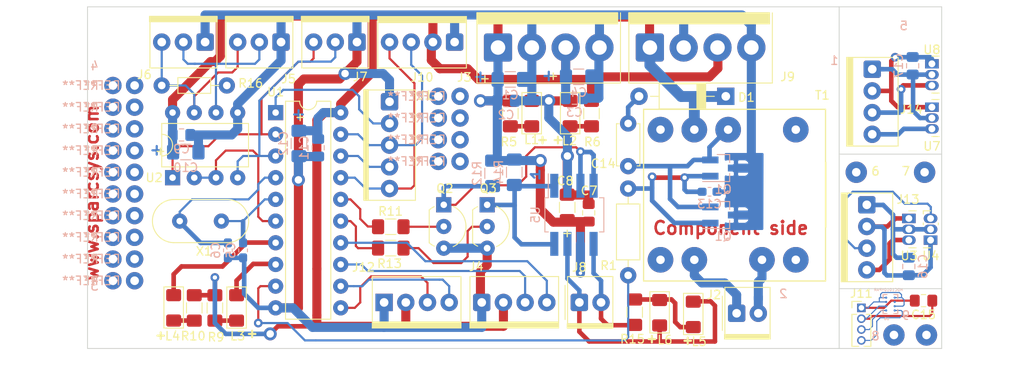
<source format=kicad_pcb>
(kicad_pcb (version 20171130) (host pcbnew 5.0.2+dfsg1-1)
  (layers (0 F.Cu signal) (31 B.Cu signal) (34 B.Paste user) (35 F.Paste user) (36 B.SilkS user hide) (37 F.SilkS user) (38 B.Mask user) (39 F.Mask user) (44 Edge.Cuts user))
  (net 0 "")
  (net 1 GND)
  (net 2 +12V)
  (net 3 +5V)
  (net 4 /XTAL1)
  (net 5 /XTAL2)
  (net 6 /RESET)
  (net 7 /PORT_SCL)
  (net 8 /MISO)
  (net 9 /MOSI)
  (net 10 /PIEZO1)
  (net 11 /PIEZO2)
  (net 12 /RS485-)
  (net 13 /RS485+)
  (net 14 /PORT_TX)
  (net 15 /PORT_RX)
  (net 16 /MOTOR-)
  (net 17 /MOTOR+)
  (net 18 /L1_Anode)
  (net 19 /L2_Anode)
  (net 20 /PORT_LED_LOOP)
  (net 21 "Net-(L3-Pad2)")
  (net 22 "Net-(L4-Pad2)")
  (net 23 /PORT_LED_ACTIVITY)
  (net 24 /MOTOR_LED)
  (net 25 /PWMB)
  (net 26 /PWMC)
  (net 27 /Q2B_MOTOR_F)
  (net 28 /Q2C_MOTOR_F)
  (net 29 /Q3C_MOTOR_R)
  (net 30 /Q3B_MOTOR_R)
  (net 31 /PORT_PWM)
  (net 32 /PORT_MOTOR_F)
  (net 33 /PORT_MOTOR_R)
  (net 34 /PORT_RX_EN)
  (net 35 /PORT_HALL_VALVE_CLOSE)
  (net 36 /SDA_HSENSOR)
  (net 37 /SCL_HSENSOR)
  (net 38 /PORT_HALL_H2O_LVL1)
  (net 39 /PORT_HALL_H2O_LVL2)
  (net 40 /HALL_VALVE_CLOSE)
  (net 41 /HALL_VALVE_OPEN)
  (net 42 /HALL_H2O_LVL1)
  (net 43 /HALL_H2O_LVL2)
  (net 44 /PORT_HALL_VALVE_OPEN)
  (net 45 /VCC_HUSENS)
  (net 46 /GND_HUSENS)
  (net 47 /VCC_HALL_VALVE)
  (net 48 /GND_HALL_VALVE)
  (net 49 /GND_H20)
  (net 50 /VCC_H20)
  (net 51 /SNUB)
  (module Transformer-20x20-3.96mm-10p:Transformer-20x20-3.96mm-10p (layer F.Cu) (at 213 42 180)
    (fp_text reference T1 (at -11.028 11.647) (layer F.SilkS))
    (fp_text value Transformer-20x20-3.96mm-10p)
    (pad 9 thru_hole circle (at -7.92 -7.62 180) (size 3 3) (drill 1) (layers *.Cu *.Mask))
    (pad 1 thru_hole circle (at -7.92 7.62 180) (size 3 3) (drill 1) (layers *.Cu *.Mask))
    (pad 8 thru_hole circle (at -3.96 -7.62 180) (size 3 3) (drill 1) (layers *.Cu *.Mask) (net 11 /PIEZO2))
    (pad 3 thru_hole circle (at 0 7.62 180) (size 3 3) (drill 1) (layers *.Cu *.Mask) (net 26 /PWMC))
    (pad 7 thru_hole circle (at 3.96 -7.62 180) (size 3 3) (drill 1) (layers *.Cu *.Mask) (net 10 /PIEZO1))
    (pad 4 thru_hole circle (at 3.96 7.62 180) (size 3 3) (drill 1) (layers *.Cu *.Mask) (net 2 +12V))
    (pad 6 thru_hole circle (at 7.92 -7.62 180) (size 3 3) (drill 1) (layers *.Cu *.Mask))
    (pad 5 thru_hole circle (at 7.92 7.62 180) (size 3 3) (drill 1) (layers *.Cu *.Mask))
  )
  (module Connector_PinHeader_2.54mm:PinHeader_1x01_P2.54mm_Vertical (layer F.Cu) (at 181.61 38.1)
    (fp_text reference REF** (at -3.81 0) (layer B.SilkS) (effects (justify mirror)))
    (fp_text value PinHeader_1x01_P2.54mm_Vertical)
    (pad 1 thru_hole circle (at 0 0) (size 2.032 2.032) (drill 1.016) (layers *.Cu *.Mask))
  )
  (module Connector_PinHeader_2.54mm:PinHeader_1x01_P2.54mm_Vertical (layer F.Cu) (at 179.07 38.1)
    (fp_text reference REF** (at -3.81 0) (layer B.SilkS) (effects (justify mirror)))
    (fp_text value PinHeader_1x01_P2.54mm_Vertical)
    (pad 1 thru_hole circle (at 0 0) (size 2.032 2.032) (drill 1.016) (layers *.Cu *.Mask))
  )
  (module Connector_PinHeader_2.54mm:PinHeader_1x01_P2.54mm_Vertical (layer F.Cu) (at 181.61 35.56)
    (fp_text reference REF** (at -3.81 0) (layer B.SilkS) (effects (justify mirror)))
    (fp_text value PinHeader_1x01_P2.54mm_Vertical)
    (pad 1 thru_hole circle (at 0 0) (size 2.032 2.032) (drill 1.016) (layers *.Cu *.Mask))
  )
  (module Connector_PinHeader_2.54mm:PinHeader_1x01_P2.54mm_Vertical (layer F.Cu) (at 179.07 35.56)
    (fp_text reference REF** (at -3.81 0) (layer B.SilkS) (effects (justify mirror)))
    (fp_text value PinHeader_1x01_P2.54mm_Vertical)
    (pad 1 thru_hole circle (at 0 0) (size 2.032 2.032) (drill 1.016) (layers *.Cu *.Mask))
  )
  (module Connector_PinHeader_2.54mm:PinHeader_1x01_P2.54mm_Vertical (layer F.Cu) (at 179.07 33.02)
    (fp_text reference REF** (at -3.81 0) (layer B.SilkS) (effects (justify mirror)))
    (fp_text value PinHeader_1x01_P2.54mm_Vertical)
    (pad 1 thru_hole circle (at 0 0) (size 2.032 2.032) (drill 1.016) (layers *.Cu *.Mask))
  )
  (module Connector_PinHeader_2.54mm:PinHeader_1x01_P2.54mm_Vertical (layer F.Cu) (at 181.61 33.02)
    (fp_text reference REF** (at -3.81 0) (layer B.SilkS) (effects (justify mirror)))
    (fp_text value PinHeader_1x01_P2.54mm_Vertical)
    (pad 1 thru_hole circle (at 0 0) (size 2.032 2.032) (drill 1.016) (layers *.Cu *.Mask))
  )
  (module Connector_PinHeader_2.54mm:PinHeader_1x01_P2.54mm_Vertical (layer F.Cu) (at 181.61 30.48)
    (fp_text reference REF** (at -3.81 0) (layer B.SilkS) (effects (justify mirror)))
    (fp_text value PinHeader_1x01_P2.54mm_Vertical)
    (pad 1 thru_hole circle (at 0 0) (size 2.032 2.032) (drill 1.016) (layers *.Cu *.Mask))
  )
  (module Connector_PinHeader_2.54mm:PinHeader_1x01_P2.54mm_Vertical (layer F.Cu) (at 179.07 30.48)
    (fp_text reference REF** (at -3.81 0) (layer B.SilkS) (effects (justify mirror)))
    (fp_text value PinHeader_1x01_P2.54mm_Vertical)
    (pad 1 thru_hole circle (at 0 0) (size 2.032 2.032) (drill 1.016) (layers *.Cu *.Mask))
  )
  (module Connector_PinHeader_2.54mm:PinHeader_1x01_P2.54mm_Vertical (layer F.Cu) (at 140.97 52.07)
    (fp_text reference REF** (at -3.81 0) (layer B.SilkS) (effects (justify mirror)))
    (fp_text value PinHeader_1x01_P2.54mm_Vertical)
    (pad 1 thru_hole circle (at 0 0) (size 2.032 2.032) (drill 1.016) (layers *.Cu *.Mask))
  )
  (module Connector_PinHeader_2.54mm:PinHeader_1x01_P2.54mm_Vertical (layer F.Cu) (at 140.97 49.53)
    (fp_text reference REF** (at -3.81 0) (layer B.SilkS) (effects (justify mirror)))
    (fp_text value PinHeader_1x01_P2.54mm_Vertical)
    (pad 1 thru_hole circle (at 0 0) (size 2.032 2.032) (drill 1.016) (layers *.Cu *.Mask))
  )
  (module Connector_PinHeader_2.54mm:PinHeader_1x01_P2.54mm_Vertical (layer F.Cu) (at 140.97 46.99)
    (fp_text reference REF** (at -3.81 0) (layer B.SilkS) (effects (justify mirror)))
    (fp_text value PinHeader_1x01_P2.54mm_Vertical)
    (pad 1 thru_hole circle (at 0 0) (size 2.032 2.032) (drill 1.016) (layers *.Cu *.Mask))
  )
  (module Connector_PinHeader_2.54mm:PinHeader_1x01_P2.54mm_Vertical (layer F.Cu) (at 140.97 44.45)
    (fp_text reference REF** (at -3.81 0) (layer B.SilkS) (effects (justify mirror)))
    (fp_text value PinHeader_1x01_P2.54mm_Vertical)
    (pad 1 thru_hole circle (at 0 0) (size 2.032 2.032) (drill 1.016) (layers *.Cu *.Mask))
  )
  (module Connector_PinHeader_2.54mm:PinHeader_1x01_P2.54mm_Vertical (layer F.Cu) (at 143.51 52.07)
    (fp_text reference REF** (at -3.81 0) (layer B.SilkS) (effects (justify mirror)))
    (fp_text value PinHeader_1x01_P2.54mm_Vertical)
    (pad 1 thru_hole circle (at 0 0) (size 2.032 2.032) (drill 1.016) (layers *.Cu *.Mask))
  )
  (module Connector_PinHeader_2.54mm:PinHeader_1x01_P2.54mm_Vertical (layer F.Cu) (at 143.51 49.53)
    (fp_text reference REF** (at -3.81 0) (layer B.SilkS) (effects (justify mirror)))
    (fp_text value PinHeader_1x01_P2.54mm_Vertical)
    (pad 1 thru_hole circle (at 0 0) (size 2.032 2.032) (drill 1.016) (layers *.Cu *.Mask))
  )
  (module Connector_PinHeader_2.54mm:PinHeader_1x01_P2.54mm_Vertical (layer F.Cu) (at 143.51 46.99)
    (fp_text reference REF** (at -3.81 0) (layer B.SilkS) (effects (justify mirror)))
    (fp_text value PinHeader_1x01_P2.54mm_Vertical)
    (pad 1 thru_hole circle (at 0 0) (size 2.032 2.032) (drill 1.016) (layers *.Cu *.Mask))
  )
  (module Connector_PinHeader_2.54mm:PinHeader_1x01_P2.54mm_Vertical (layer F.Cu) (at 143.51 44.45)
    (fp_text reference REF** (at -3.81 0) (layer B.SilkS) (effects (justify mirror)))
    (fp_text value PinHeader_1x01_P2.54mm_Vertical)
    (pad 1 thru_hole circle (at 0 0) (size 2.032 2.032) (drill 1.016) (layers *.Cu *.Mask))
  )
  (module Connector_PinHeader_2.54mm:PinHeader_1x01_P2.54mm_Vertical (layer F.Cu) (at 140.97 41.91)
    (fp_text reference REF** (at -3.81 0) (layer B.SilkS) (effects (justify mirror)))
    (fp_text value PinHeader_1x01_P2.54mm_Vertical)
    (pad 1 thru_hole circle (at 0 0) (size 2.032 2.032) (drill 1.016) (layers *.Cu *.Mask))
  )
  (module Connector_PinHeader_2.54mm:PinHeader_1x01_P2.54mm_Vertical (layer F.Cu) (at 143.51 41.91)
    (fp_text reference REF** (at -3.81 0) (layer B.SilkS) (effects (justify mirror)))
    (fp_text value PinHeader_1x01_P2.54mm_Vertical)
    (pad 1 thru_hole circle (at 0 0) (size 2.032 2.032) (drill 1.016) (layers *.Cu *.Mask))
  )
  (module Connector_PinHeader_2.54mm:PinHeader_1x01_P2.54mm_Vertical (layer F.Cu) (at 140.97 39.37)
    (fp_text reference REF** (at -3.81 0) (layer B.SilkS) (effects (justify mirror)))
    (fp_text value PinHeader_1x01_P2.54mm_Vertical)
    (pad 1 thru_hole circle (at 0 0) (size 2.032 2.032) (drill 1.016) (layers *.Cu *.Mask))
  )
  (module Connector_PinHeader_2.54mm:PinHeader_1x01_P2.54mm_Vertical (layer F.Cu) (at 143.51 39.37)
    (fp_text reference REF** (at -3.81 0) (layer B.SilkS) (effects (justify mirror)))
    (fp_text value PinHeader_1x01_P2.54mm_Vertical)
    (pad 1 thru_hole circle (at 0 0) (size 2.032 2.032) (drill 1.016) (layers *.Cu *.Mask))
  )
  (module Connector_PinHeader_2.54mm:PinHeader_1x01_P2.54mm_Vertical (layer F.Cu) (at 140.97 36.83)
    (fp_text reference REF** (at -3.81 0) (layer B.SilkS) (effects (justify mirror)))
    (fp_text value PinHeader_1x01_P2.54mm_Vertical)
    (pad 1 thru_hole circle (at 0 0) (size 2.032 2.032) (drill 1.016) (layers *.Cu *.Mask))
  )
  (module Connector_PinHeader_2.54mm:PinHeader_1x01_P2.54mm_Vertical (layer F.Cu) (at 143.51 36.83)
    (fp_text reference REF** (at -3.81 0) (layer B.SilkS) (effects (justify mirror)))
    (fp_text value PinHeader_1x01_P2.54mm_Vertical)
    (pad 1 thru_hole circle (at 0 0) (size 2.032 2.032) (drill 1.016) (layers *.Cu *.Mask))
  )
  (module Connector_PinHeader_2.54mm:PinHeader_1x01_P2.54mm_Vertical (layer F.Cu) (at 143.51 34.29)
    (fp_text reference REF** (at -3.81 0) (layer B.SilkS) (effects (justify mirror)))
    (fp_text value PinHeader_1x01_P2.54mm_Vertical)
    (pad 1 thru_hole circle (at 0 0) (size 2.032 2.032) (drill 1.016) (layers *.Cu *.Mask))
  )
  (module Connector_PinHeader_2.54mm:PinHeader_1x01_P2.54mm_Vertical (layer F.Cu) (at 140.97 34.29)
    (fp_text reference REF** (at -3.81 0) (layer B.SilkS) (effects (justify mirror)))
    (fp_text value PinHeader_1x01_P2.54mm_Vertical)
    (pad 1 thru_hole circle (at 0 0) (size 2.032 2.032) (drill 1.016) (layers *.Cu *.Mask))
  )
  (module Connector_PinHeader_2.54mm:PinHeader_1x01_P2.54mm_Vertical (layer F.Cu) (at 140.97 31.75)
    (fp_text reference REF** (at -3.81 0) (layer B.SilkS) (effects (justify mirror)))
    (fp_text value PinHeader_1x01_P2.54mm_Vertical)
    (pad 1 thru_hole circle (at 0 0) (size 2.032 2.032) (drill 1.016) (layers *.Cu *.Mask))
  )
  (module Connector_PinHeader_2.54mm:PinHeader_1x01_P2.54mm_Vertical (layer F.Cu) (at 143.51 31.75)
    (fp_text reference REF** (at -3.81 0) (layer B.SilkS) (effects (justify mirror)))
    (fp_text value PinHeader_1x01_P2.54mm_Vertical)
    (pad 1 thru_hole circle (at 0 0) (size 2.032 2.032) (drill 1.016) (layers *.Cu *.Mask))
  )
  (module Connector_PinHeader_2.54mm:PinHeader_1x01_P2.54mm_Vertical (layer F.Cu) (at 143.51 29.21)
    (fp_text reference REF** (at -3.81 0) (layer B.SilkS) (effects (justify mirror)))
    (fp_text value PinHeader_1x01_P2.54mm_Vertical)
    (pad 1 thru_hole circle (at 0 0) (size 2.032 2.032) (drill 1.016) (layers *.Cu *.Mask))
  )
  (module Connector_PinHeader_2.54mm:PinHeader_1x01_P2.54mm_Vertical (layer F.Cu) (at 140.97 29.21)
    (fp_text reference REF** (at -3.81 0) (layer B.SilkS) (effects (justify mirror)))
    (fp_text value PinHeader_1x01_P2.54mm_Vertical)
    (pad 1 thru_hole circle (at 0 0) (size 2.032 2.032) (drill 1.016) (layers *.Cu *.Mask))
  )
  (module Package_DIP:DIP-20_W7.62mm (layer F.Cu) (at 160.02 32.385)
    (fp_text reference U1 (at 0 -2.413) (layer F.SilkS))
    (fp_text value ATtiny2313-20PU)
    (pad 1 thru_hole rect (at 0 0) (size 1.778 1.778) (drill 0.762) (layers *.Cu *.Mask) (net 6 /RESET))
    (pad 2 thru_hole circle (at 0 2.54) (size 1.778 1.778) (drill 0.762) (layers *.Cu *.Mask) (net 15 /PORT_RX))
    (pad 3 thru_hole circle (at 0 5.08) (size 1.778 1.778) (drill 0.762) (layers *.Cu *.Mask) (net 14 /PORT_TX))
    (pad 4 thru_hole circle (at 0 7.62) (size 1.778 1.778) (drill 0.762) (layers *.Cu *.Mask) (net 5 /XTAL2))
    (pad 5 thru_hole circle (at 0 10.16) (size 1.778 1.778) (drill 0.762) (layers *.Cu *.Mask) (net 4 /XTAL1))
    (pad 6 thru_hole circle (at 0 12.7) (size 1.778 1.778) (drill 0.762) (layers *.Cu *.Mask) (net 34 /PORT_RX_EN))
    (pad 7 thru_hole circle (at 0 15.24) (size 1.778 1.778) (drill 0.762) (layers *.Cu *.Mask) (net 23 /PORT_LED_ACTIVITY))
    (pad 8 thru_hole circle (at 0 17.78) (size 1.778 1.778) (drill 0.762) (layers *.Cu *.Mask) (net 20 /PORT_LED_LOOP))
    (pad 9 thru_hole circle (at 0 20.32) (size 1.778 1.778) (drill 0.762) (layers *.Cu *.Mask) (net 31 /PORT_PWM))
    (pad 10 thru_hole circle (at 0 22.86) (size 1.778 1.778) (drill 0.762) (layers *.Cu *.Mask) (net 1 GND))
    (pad 11 thru_hole circle (at 7.62 22.86) (size 1.778 1.778) (drill 0.762) (layers *.Cu *.Mask) (net 38 /PORT_HALL_H2O_LVL1))
    (pad 12 thru_hole circle (at 7.62 20.32) (size 1.778 1.778) (drill 0.762) (layers *.Cu *.Mask) (net 39 /PORT_HALL_H2O_LVL2))
    (pad 13 thru_hole circle (at 7.62 17.78) (size 1.778 1.778) (drill 0.762) (layers *.Cu *.Mask) (net 44 /PORT_HALL_VALVE_OPEN))
    (pad 14 thru_hole circle (at 7.62 15.24) (size 1.778 1.778) (drill 0.762) (layers *.Cu *.Mask) (net 35 /PORT_HALL_VALVE_CLOSE))
    (pad 15 thru_hole circle (at 7.62 12.7) (size 1.778 1.778) (drill 0.762) (layers *.Cu *.Mask) (net 33 /PORT_MOTOR_R))
    (pad 16 thru_hole circle (at 7.62 10.16) (size 1.778 1.778) (drill 0.762) (layers *.Cu *.Mask) (net 32 /PORT_MOTOR_F))
    (pad 17 thru_hole circle (at 7.62 7.62) (size 1.778 1.778) (drill 0.762) (layers *.Cu *.Mask) (net 9 /MOSI))
    (pad 18 thru_hole circle (at 7.62 5.08) (size 1.778 1.778) (drill 0.762) (layers *.Cu *.Mask) (net 8 /MISO))
    (pad 19 thru_hole circle (at 7.62 2.54) (size 1.778 1.778) (drill 0.762) (layers *.Cu *.Mask) (net 7 /PORT_SCL))
    (pad 20 thru_hole circle (at 7.62 0) (size 1.778 1.778) (drill 0.762) (layers *.Cu *.Mask) (net 3 +5V))
  )
  (module Package_DIP:DIP-8_W7.62mm_Socket_LongPads (layer F.Cu) (at 147.955 40.005 90)
    (fp_text reference U2 (at 0 -2.159 180) (layer F.SilkS))
    (fp_text value MAX485E)
    (pad 1 thru_hole rect (at 0 0 90) (size 1.778 1.778) (drill 0.762) (layers *.Cu *.Mask) (net 15 /PORT_RX))
    (pad 2 thru_hole circle (at 0 2.54 90) (size 1.778 1.778) (drill 0.762) (layers *.Cu *.Mask) (net 34 /PORT_RX_EN))
    (pad 3 thru_hole circle (at 0 5.08 90) (size 1.778 1.778) (drill 0.762) (layers *.Cu *.Mask) (net 34 /PORT_RX_EN))
    (pad 4 thru_hole circle (at 0 7.62 90) (size 1.778 1.778) (drill 0.762) (layers *.Cu *.Mask) (net 14 /PORT_TX))
    (pad 5 thru_hole circle (at 7.62 7.62 90) (size 1.778 1.778) (drill 0.762) (layers *.Cu *.Mask) (net 1 GND))
    (pad 6 thru_hole circle (at 7.62 5.08 90) (size 1.778 1.778) (drill 0.762) (layers *.Cu *.Mask) (net 12 /RS485-))
    (pad 7 thru_hole circle (at 7.62 2.54 90) (size 1.778 1.778) (drill 0.762) (layers *.Cu *.Mask) (net 13 /RS485+))
    (pad 8 thru_hole circle (at 7.62 0 90) (size 1.778 1.778) (drill 0.762) (layers *.Cu *.Mask) (net 3 +5V))
  )
  (module Capacitor_SMD:C_1206_3216Metric_Pad1.42x1.75mm_HandSolder (layer F.Cu) (at 194.1576 43.4848 90)
    (fp_text reference C8 (at 3.0988 -0.2286 180) (layer F.SilkS))
    (fp_text value 100uf/16V)
    (fp_text user + (at -3.05 -0.07 90) (layer F.SilkS))
    (pad 1 smd roundrect (at -1.4875 0 90) (size 1.425 1.75) (layers F.Cu F.Paste F.Mask) (roundrect_rratio 0.175439) (net 2 +12V))
    (pad 2 smd roundrect (at 1.4875 0 90) (size 1.425 1.75) (layers F.Cu F.Paste F.Mask) (roundrect_rratio 0.175439) (net 1 GND))
  )
  (module LED_SMD:LED_1206_3216Metric_Pad1.42x1.75mm_HandSolder (layer F.Cu) (at 190 32.5 270)
    (fp_text reference L1 (at 3.06 0.008) (layer F.SilkS))
    (fp_text value Green)
    (fp_text user + (at 3.1 -1.2 270) (layer F.SilkS) (effects (font (thickness 0.25))))
    (pad 2 smd roundrect (at 1.4875 0 270) (size 1.425 1.75) (layers F.Cu F.Paste F.Mask) (roundrect_rratio 0.175439) (net 18 /L1_Anode))
    (pad 1 smd roundrect (at -1.4875 0 270) (size 1.425 1.75) (layers F.Cu F.Paste F.Mask) (roundrect_rratio 0.175439) (net 1 GND))
  )
  (module Sensor_Current:Allegro_SIP-3 (layer F.Cu) (at 236.855 26.67 270)
    (fp_text reference U8 (at -1.651 0) (layer F.SilkS))
    (fp_text value A1343)
    (pad 3 thru_hole oval (at 2.54 0 270) (size 1.1 1.6) (drill 0.8) (layers *.Cu *.Mask) (net 42 /HALL_H2O_LVL1))
    (pad 2 thru_hole oval (at 1.27 0 270) (size 1.1 1.6) (drill 0.8) (layers *.Cu *.Mask) (net 49 /GND_H20))
    (pad 1 thru_hole rect (at 0 0 270) (size 1.1 1.6) (drill 0.8) (layers *.Cu *.Mask) (net 50 /VCC_H20))
  )
  (module Connector_Molex:Molex_KK-254_AE-6410-05A_1x05_P2.54mm_Vertical (layer F.Cu) (at 173.355 31.115 270)
    (fp_text reference J1 (at -0.762 -4.191) (layer F.SilkS))
    (fp_text value "5P RELI M")
    (pad 1 thru_hole roundrect (at 0 0 270) (size 2.032 2.032) (drill 1.016) (layers *.Cu *.Mask) (roundrect_rratio 0.144) (net 1 GND))
    (pad 2 thru_hole circle (at 2.54 0 270) (size 2.032 2.032) (drill 1.016) (layers *.Cu *.Mask) (net 6 /RESET))
    (pad 3 thru_hole circle (at 5.08 0 270) (size 2.032 2.032) (drill 1.016) (layers *.Cu *.Mask) (net 7 /PORT_SCL))
    (pad 4 thru_hole circle (at 7.62 0 270) (size 2.032 2.032) (drill 1.016) (layers *.Cu *.Mask) (net 8 /MISO))
    (pad 5 thru_hole circle (at 10.16 0 270) (size 2.032 2.032) (drill 1.016) (layers *.Cu *.Mask) (net 9 /MOSI))
  )
  (module Package_TO_SOT_THT:TO-92L_Inline_Wide (layer F.Cu) (at 179.705 43.18 270)
    (fp_text reference Q2 (at -1.905 -0.127) (layer F.SilkS))
    (fp_text value BC547)
    (pad 1 thru_hole rect (at 0 0) (size 1.778 1.778) (drill 0.762) (layers *.Cu *.Mask) (net 28 /Q2C_MOTOR_F))
    (pad 3 thru_hole circle (at 5.08 0) (size 1.778 1.778) (drill 0.762) (layers *.Cu *.Mask) (net 1 GND))
    (pad 2 thru_hole circle (at 2.54 0) (size 1.778 1.778) (drill 0.762) (layers *.Cu *.Mask) (net 27 /Q2B_MOTOR_F))
  )
  (module Package_TO_SOT_THT:TO-92L_Inline_Wide (layer F.Cu) (at 184.785 43.18 270)
    (fp_text reference Q3 (at -1.905 -0.127) (layer F.SilkS))
    (fp_text value BC547)
    (pad 1 thru_hole rect (at 0 0) (size 1.778 1.778) (drill 0.762) (layers *.Cu *.Mask) (net 29 /Q3C_MOTOR_R))
    (pad 3 thru_hole circle (at 5.08 0) (size 1.778 1.778) (drill 0.7874) (layers *.Cu *.Mask) (net 1 GND))
    (pad 2 thru_hole circle (at 2.54 0) (size 1.778 1.778) (drill 0.762) (layers *.Cu *.Mask) (net 30 /Q3B_MOTOR_R))
  )
  (module Diode_THT:D_DO-41_SOD81_P10.16mm_Horizontal (layer F.Cu) (at 212.725 30.48 180)
    (fp_text reference D1 (at -2.413 -0.127 180) (layer F.SilkS))
    (fp_text value 1N4001)
    (pad 2 thru_hole circle (at 10.16 0 180) (size 2.032 2.032) (drill 1.016) (layers *.Cu *.Mask) (net 51 /SNUB))
    (pad 1 thru_hole rect (at 0 0 180) (size 2.032 2.032) (drill 1.016) (layers *.Cu *.Mask) (net 2 +12V))
  )
  (module Resistor_THT:R_Axial_DIN0204_L3.6mm_D1.6mm_P7.62mm_Horizontal (layer F.Cu) (at 154.305 29.21 180)
    (fp_text reference R16 (at -2.794 0.254 180) (layer F.SilkS))
    (fp_text value 100E)
    (pad 1 thru_hole circle (at 0 0 180) (size 1.905 1.905) (drill 0.889) (layers *.Cu *.Mask) (net 12 /RS485-))
    (pad 2 thru_hole circle (at 7.62 0 180) (size 1.905 1.905) (drill 0.889) (layers *.Cu *.Mask) (net 13 /RS485+))
  )
  (module Capacitor_THT:C_Disc_D4.7mm_W2.5mm_P5.00mm (layer F.Cu) (at 201.295 33.655 270)
    (fp_text reference C14 (at 4.699 2.921) (layer F.SilkS))
    (fp_text value 0.22/100V)
    (pad 1 thru_hole circle (at 0 0 270) (size 1.905 1.905) (drill 0.889) (layers *.Cu *.Mask) (net 51 /SNUB))
    (pad 2 thru_hole circle (at 5 0 270) (size 1.905 1.905) (drill 0.889) (layers *.Cu *.Mask) (net 26 /PWMC))
  )
  (module Resistor_THT:R_Axial_DIN0207_L6.3mm_D2.5mm_P10.16mm_Horizontal (layer F.Cu) (at 201.295 41.275 270)
    (fp_text reference R1 (at 9.017 2.286) (layer F.SilkS))
    (fp_text value 10K)
    (pad 1 thru_hole circle (at 0 0 270) (size 1.905 1.905) (drill 0.889) (layers *.Cu *.Mask) (net 25 /PWMB))
    (pad 2 thru_hole circle (at 10.16 0 270) (size 1.905 1.905) (drill 0.889) (layers *.Cu *.Mask) (net 31 /PORT_PWM))
  )
  (module Connector_Molex:Molex_KK-254_AE-6410-03A_1x03_P2.54mm_Vertical (layer F.Cu) (at 151.765 24.13 180)
    (fp_text reference J6 (at 7.112 -3.81 180) (layer F.SilkS))
    (fp_text value "3P RELI M")
    (pad 3 thru_hole circle (at 5.08 0 180) (size 2.032 2.032) (drill 1.016) (layers *.Cu *.Mask) (net 13 /RS485+))
    (pad 2 thru_hole circle (at 2.54 0 180) (size 2.032 2.032) (drill 1.016) (layers *.Cu *.Mask) (net 12 /RS485-))
    (pad 1 thru_hole roundrect (at 0 0 180) (size 2.032 2.032) (drill 1.016) (layers *.Cu *.Mask) (roundrect_rratio 0.144) (net 1 GND))
  )
  (module Crystal:Crystal_HC49-U_Vertical (layer F.Cu) (at 153.67 45.085 180)
    (fp_text reference X1 (at 2.032 -3.525 180) (layer F.SilkS))
    (fp_text value 11.0592MHz)
    (pad 1 thru_hole circle (at 0 0 180) (size 1.778 1.778) (drill 0.762) (layers *.Cu *.Mask) (net 4 /XTAL1))
    (pad 2 thru_hole circle (at 4.88 0 180) (size 1.778 1.778) (drill 0.762) (layers *.Cu *.Mask) (net 5 /XTAL2))
  )
  (module Connector_Molex:Molex_KK-254_AE-6410-02A_1x02_P2.54mm_Vertical (layer F.Cu) (at 213.995 55.88)
    (fp_text reference J2 (at -2.667 -2.159) (layer F.SilkS))
    (fp_text value "2P RELI M")
    (pad 2 thru_hole circle (at 2.54 0) (size 2.032 2.032) (drill 1.016) (layers *.Cu *.Mask) (net 11 /PIEZO2))
    (pad 1 thru_hole roundrect (at 0 0) (size 2.032 2.032) (drill 1.016) (layers *.Cu *.Mask) (roundrect_rratio 0.144) (net 10 /PIEZO1))
  )
  (module Connector_Molex:Molex_KK-254_AE-6410-04A_1x04_P2.54mm_Vertical (layer F.Cu) (at 172.72 54.61)
    (fp_text reference J12 (at -2.413 -4.12) (layer F.SilkS))
    (fp_text value "4P RELI M")
    (pad 1 thru_hole rect (at 0 0) (size 2.032 2.032) (drill 1.016) (layers *.Cu *.Mask) (net 1 GND))
    (pad 2 thru_hole circle (at 2.54 0) (size 2.032 2.032) (drill 1.016) (layers *.Cu *.Mask) (net 3 +5V))
    (pad 3 thru_hole circle (at 5.08 0) (size 2.032 2.032) (drill 1.016) (layers *.Cu *.Mask) (net 38 /PORT_HALL_H2O_LVL1))
    (pad 4 thru_hole circle (at 7.62 0) (size 2.032 2.032) (drill 1.016) (layers *.Cu *.Mask) (net 39 /PORT_HALL_H2O_LVL2))
  )
  (module Connector_Hirose:Hirose_DF63-4P-3.96DSA_1x04_P3.96mm_Horizontal (layer F.Cu) (at 186.055 24.765)
    (fp_text reference J3 (at -3.937 3.485) (layer F.SilkS))
    (fp_text value "4P CPU M")
    (pad 1 thru_hole roundrect (at 0 0) (size 3.3 3.3) (drill 1.7) (layers *.Cu *.Mask) (roundrect_rratio 0.102) (net 2 +12V))
    (pad 2 thru_hole oval (at 3.96 0) (size 3.3 3.3) (drill 1.7) (layers *.Cu *.Mask) (net 1 GND))
    (pad 3 thru_hole oval (at 7.92 0) (size 3.3 3.3) (drill 1.7) (layers *.Cu *.Mask) (net 3 +5V))
    (pad 4 thru_hole oval (at 11.88 0) (size 3.3 3.3) (drill 1.7) (layers *.Cu *.Mask) (net 1 GND))
  )
  (module Connector_Molex:Molex_KK-254_AE-6410-02A_1x02_P2.54mm_Vertical (layer F.Cu) (at 195.58 54.61)
    (fp_text reference J8 (at 0 -4.12) (layer F.SilkS))
    (fp_text value "2P RELI M")
    (pad 1 thru_hole roundrect (at 0 0) (size 2.032 2.032) (drill 1.016) (layers *.Cu *.Mask) (roundrect_rratio 0.143678) (net 16 /MOTOR-))
    (pad 2 thru_hole oval (at 2.54 0) (size 2.032 2.032) (drill 1.016) (layers *.Cu *.Mask) (net 17 /MOTOR+))
  )
  (module Resistor_SMD:R_0805_2012Metric_Pad1.15x1.40mm_HandSolder (layer B.Cu) (at 234.15 50.4 90)
    (fp_text reference C16 (at 0 1.65 90) (layer B.SilkS) (effects (justify mirror)))
    (fp_text value 104)
    (pad 1 smd roundrect (at -1.025 0 90) (size 1.15 1.4) (layers B.Cu B.Paste B.Mask) (roundrect_rratio 0.217391) (net 47 /VCC_HALL_VALVE))
    (pad 2 smd roundrect (at 1.025 0 90) (size 1.15 1.4) (layers B.Cu B.Paste B.Mask) (roundrect_rratio 0.217391) (net 48 /GND_HALL_VALVE))
  )
  (module Connector_PinHeader_1.27mm:PinHeader_1x04_P1.27mm_Vertical (layer F.Cu) (at 228.6 55.245)
    (fp_text reference J11 (at 0 -1.695) (layer F.SilkS))
    (fp_text value "4P RELI M")
    (pad 4 thru_hole oval (at 0 3.81) (size 1 1) (drill 0.65) (layers *.Cu *.Mask) (net 36 /SDA_HSENSOR))
    (pad 3 thru_hole oval (at 0 2.54) (size 1 1) (drill 0.65) (layers *.Cu *.Mask) (net 37 /SCL_HSENSOR))
    (pad 2 thru_hole oval (at 0 1.27) (size 1 1) (drill 0.65) (layers *.Cu *.Mask) (net 45 /VCC_HUSENS))
    (pad 1 thru_hole rect (at 0 0) (size 1 1) (drill 0.65) (layers *.Cu *.Mask) (net 46 /GND_HUSENS))
  )
  (module Resistor_SMD:R_1206_3216Metric_Pad1.42x1.75mm_HandSolder (layer F.Cu) (at 150.495 55.253 270)
    (fp_text reference R10 (at 3.294 0.127) (layer F.SilkS))
    (fp_text value 2K2)
    (pad 2 smd roundrect (at 1.4875 0 270) (size 1.425 1.75) (layers F.Cu F.Paste F.Mask) (roundrect_rratio 0.175439) (net 22 "Net-(L4-Pad2)"))
    (pad 1 smd roundrect (at -1.4875 0 270) (size 1.425 1.75) (layers F.Cu F.Paste F.Mask) (roundrect_rratio 0.175439) (net 3 +5V))
  )
  (module Resistor_SMD:R_1206_3216Metric_Pad1.42x1.75mm_HandSolder (layer F.Cu) (at 152.908 55.253 270)
    (fp_text reference R9 (at 3.421 -0.127) (layer F.SilkS))
    (fp_text value 2K2)
    (pad 1 smd roundrect (at -1.4875 0 270) (size 1.425 1.75) (layers F.Cu F.Paste F.Mask) (roundrect_rratio 0.175439) (net 3 +5V))
    (pad 2 smd roundrect (at 1.4875 0 270) (size 1.425 1.75) (layers F.Cu F.Paste F.Mask) (roundrect_rratio 0.175439) (net 21 "Net-(L3-Pad2)"))
  )
  (module Sensor_Current:Allegro_SIP-3 (layer F.Cu) (at 236.69713 47.316826 90)
    (fp_text reference U4 (at -1.832174 0.03087 180) (layer F.SilkS))
    (fp_text value A1343)
    (pad 3 thru_hole oval (at 2.54 0 90) (size 1.1 1.6) (drill 0.8) (layers *.Cu *.Mask) (net 41 /HALL_VALVE_OPEN))
    (pad 2 thru_hole oval (at 1.27 0 90) (size 1.1 1.6) (drill 0.8) (layers *.Cu *.Mask) (net 48 /GND_HALL_VALVE))
    (pad 1 thru_hole rect (at 0 0 90) (size 1.1 1.6) (drill 0.8) (layers *.Cu *.Mask) (net 47 /VCC_HALL_VALVE))
  )
  (module Sensor_Current:Allegro_SIP-3 (layer F.Cu) (at 234.15713 44.776826 270)
    (fp_text reference U3 (at 4.372174 -0.03087) (layer F.SilkS))
    (fp_text value A1343)
    (pad 3 thru_hole oval (at 2.54 0 270) (size 1.1 1.6) (drill 0.8) (layers *.Cu *.Mask) (net 40 /HALL_VALVE_CLOSE))
    (pad 2 thru_hole oval (at 1.27 0 270) (size 1.1 1.6) (drill 0.8) (layers *.Cu *.Mask) (net 48 /GND_HALL_VALVE))
    (pad 1 thru_hole rect (at 0 0 270) (size 1.1 1.6) (drill 0.8) (layers *.Cu *.Mask) (net 47 /VCC_HALL_VALVE))
  )
  (module Sensor_Current:Allegro_SIP-3 (layer F.Cu) (at 236.855 31.75 270)
    (fp_text reference U7 (at 4.572 0) (layer F.SilkS))
    (fp_text value A1343)
    (pad 3 thru_hole oval (at 2.54 0 270) (size 1.1 1.6) (drill 0.8) (layers *.Cu *.Mask) (net 43 /HALL_H2O_LVL2))
    (pad 2 thru_hole oval (at 1.27 0 270) (size 1.1 1.6) (drill 0.8) (layers *.Cu *.Mask) (net 49 /GND_H20))
    (pad 1 thru_hole rect (at 0 0 270) (size 1.1 1.6) (drill 0.8) (layers *.Cu *.Mask) (net 50 /VCC_H20))
  )
  (module Capacitor_SMD:C_0805_2012Metric_Pad1.15x1.40mm_HandSolder (layer B.Cu) (at 149 35)
    (fp_text reference C9 (at 0 1.65) (layer B.SilkS) (effects (justify mirror)))
    (fp_text value 104)
    (pad 2 smd roundrect (at 1.025 0) (size 1.15 1.4) (layers B.Cu B.Paste B.Mask) (roundrect_rratio 0.217391) (net 1 GND))
    (pad 1 smd roundrect (at -1.025 0) (size 1.15 1.4) (layers B.Cu B.Paste B.Mask) (roundrect_rratio 0.217391) (net 3 +5V))
  )
  (module Connector_Hirose:Hirose_DF63-4P-3.96DSA_1x04_P3.96mm_Horizontal (layer F.Cu) (at 203.835 24.765)
    (fp_text reference J9 (at 16.129 3.429) (layer F.SilkS))
    (fp_text value "4P CPU M")
    (pad 4 thru_hole oval (at 11.88 0) (size 3.3 3.3) (drill 1.7) (layers *.Cu *.Mask) (net 1 GND))
    (pad 3 thru_hole oval (at 7.92 0) (size 3.3 3.3) (drill 1.7) (layers *.Cu *.Mask) (net 3 +5V))
    (pad 2 thru_hole oval (at 3.96 0) (size 3.3 3.3) (drill 1.7) (layers *.Cu *.Mask) (net 1 GND))
    (pad 1 thru_hole roundrect (at 0 0) (size 3.3 3.3) (drill 1.7) (layers *.Cu *.Mask) (roundrect_rratio 0.101626) (net 2 +12V))
  )
  (module Package_TO_SOT_SMD:SOT-223-8 (layer B.Cu) (at 194.945 44.352 270)
    (fp_text reference U5 (at 0 4.5 270) (layer B.SilkS) (effects (justify mirror)))
    (fp_text value ZXMHC6A07T8-H-Bridge-FET)
    (pad 2 smd rect (at -3.4 0.76 270) (size 2.8 0.95) (layers B.Cu B.Paste B.Mask) (net 1 GND))
    (pad 4 smd rect (at -3.4 -2.3 270) (size 2.8 0.95) (layers B.Cu B.Paste B.Mask) (net 28 /Q2C_MOTOR_F))
    (pad 1 smd rect (at -3.4 2.3 270) (size 2.8 0.95) (layers B.Cu B.Paste B.Mask) (net 29 /Q3C_MOTOR_R))
    (pad 3 smd rect (at -3.4 -0.76 270) (size 2.8 0.95) (layers B.Cu B.Paste B.Mask) (net 28 /Q2C_MOTOR_F))
    (pad 6 smd rect (at 3.4 -0.76 270) (size 2.8 0.95) (layers B.Cu B.Paste B.Mask) (net 2 +12V))
    (pad 8 smd rect (at 3.4 2.3 270) (size 2.8 0.95) (layers B.Cu B.Paste B.Mask) (net 29 /Q3C_MOTOR_R))
    (pad 5 smd rect (at 3.4 -2.3 270) (size 2.8 0.95) (layers B.Cu B.Paste B.Mask) (net 17 /MOTOR+))
    (pad 7 smd rect (at 3.4 0.76 270) (size 2.8 0.95) (layers B.Cu B.Paste B.Mask) (net 16 /MOTOR-))
  )
  (module Connector_Molex:Molex_KK-254_AE-6410-04A_1x04_P2.54mm_Vertical (layer F.Cu) (at 184.15 54.61)
    (fp_text reference J4 (at -0.635 -4.191) (layer F.SilkS))
    (fp_text value "4P RELI M")
    (pad 1 thru_hole roundrect (at 0 0) (size 2.032 2.032) (drill 1.016) (layers *.Cu *.Mask) (roundrect_rratio 0.143678) (net 1 GND))
    (pad 2 thru_hole oval (at 2.54 0) (size 2.032 2.032) (drill 1.016) (layers *.Cu *.Mask) (net 3 +5V))
    (pad 3 thru_hole oval (at 5.08 0) (size 2.032 2.032) (drill 1.016) (layers *.Cu *.Mask) (net 44 /PORT_HALL_VALVE_OPEN))
    (pad 4 thru_hole oval (at 7.62 0) (size 2.032 2.032) (drill 1.016) (layers *.Cu *.Mask) (net 35 /PORT_HALL_VALVE_CLOSE))
  )
  (module Resistor_SMD:R_1206_3216Metric_Pad1.42x1.75mm_HandSolder (layer F.Cu) (at 173.5 48.25 180)
    (fp_text reference R13 (at 0.145 -1.82 180) (layer F.SilkS))
    (fp_text value 4K7)
    (pad 2 smd roundrect (at 1.4875 0 180) (size 1.425 1.75) (layers F.Cu F.Paste F.Mask) (roundrect_rratio 0.175439) (net 33 /PORT_MOTOR_R))
    (pad 1 smd roundrect (at -1.4875 0 180) (size 1.425 1.75) (layers F.Cu F.Paste F.Mask) (roundrect_rratio 0.175439) (net 30 /Q3B_MOTOR_R))
  )
  (module Resistor_SMD:R_1206_3216Metric_Pad1.42x1.75mm_HandSolder (layer F.Cu) (at 173.5 45.75 180)
    (fp_text reference R11 (at 0.018 1.808 180) (layer F.SilkS))
    (fp_text value 4K7)
    (pad 2 smd roundrect (at 1.4875 0 180) (size 1.425 1.75) (layers F.Cu F.Paste F.Mask) (roundrect_rratio 0.175439) (net 32 /PORT_MOTOR_F))
    (pad 1 smd roundrect (at -1.4875 0 180) (size 1.425 1.75) (layers F.Cu F.Paste F.Mask) (roundrect_rratio 0.175439) (net 27 /Q2B_MOTOR_F))
  )
  (module Resistor_SMD:R_1206_3216Metric_Pad1.42x1.75mm_HandSolder (layer B.Cu) (at 185.42 39.497 270)
    (fp_text reference R12 (at 0 1.82 270) (layer B.SilkS) (effects (justify mirror)))
    (fp_text value 4K7)
    (pad 2 smd roundrect (at 1.4875 0 270) (size 1.425 1.75) (layers B.Cu B.Paste B.Mask) (roundrect_rratio 0.175439) (net 28 /Q2C_MOTOR_F))
    (pad 1 smd roundrect (at -1.4875 0 270) (size 1.425 1.75) (layers B.Cu B.Paste B.Mask) (roundrect_rratio 0.175439) (net 2 +12V))
  )
  (module Resistor_SMD:R_1206_3216Metric_Pad1.42x1.75mm_HandSolder (layer F.Cu) (at 202.057 55.753 90)
    (fp_text reference R15 (at -3.147 -0.257 180) (layer F.SilkS))
    (fp_text value 2K2)
    (pad 2 smd roundrect (at 1.4875 0 90) (size 1.425 1.75) (layers F.Cu F.Paste F.Mask) (roundrect_rratio 0.175439) (net 24 /MOTOR_LED))
    (pad 1 smd roundrect (at -1.4875 0 90) (size 1.425 1.75) (layers F.Cu F.Paste F.Mask) (roundrect_rratio 0.175439) (net 17 /MOTOR+))
  )
  (module Capacitor_SMD:C_1206_3216Metric_Pad1.42x1.75mm_HandSolder (layer B.Cu) (at 195.5 28.2)
    (fp_text reference C4 (at 0 1.82) (layer B.SilkS) (effects (justify mirror)))
    (fp_text value 100uf/16V)
    (fp_text user + (at -3.05 -0.07 90) (layer F.SilkS))
    (pad 2 smd roundrect (at 1.4875 0) (size 1.425 1.75) (layers B.Cu B.Paste B.Mask) (roundrect_rratio 0.175439) (net 1 GND))
    (pad 1 smd roundrect (at -1.4875 0) (size 1.425 1.75) (layers B.Cu B.Paste B.Mask) (roundrect_rratio 0.175439) (net 3 +5V))
  )
  (module MountingHole:MountingHole_3mm (layer F.Cu) (at 141.478 23.495)
    (fp_text reference 4 (at -2.667 3.429) (layer B.SilkS) (effects (justify mirror)))
    (fp_text value MountingHole_3mm)
    (pad 1 np_thru_hole circle (at 0 0) (size 3 3) (drill 3) (layers *.Cu *.Mask))
  )
  (module MountingHole:MountingHole_3mm (layer F.Cu) (at 222.5 23.5)
    (fp_text reference 1 (at 2.925 2.789) (layer B.SilkS) (effects (justify mirror)))
    (fp_text value MountingHole_3mm)
    (pad 1 np_thru_hole circle (at 0 0) (size 3 3) (drill 3) (layers *.Cu *.Mask))
  )
  (module MountingHole:MountingHole_3mm (layer F.Cu) (at 141.5 56.5)
    (fp_text reference 3 (at -2.689 -3.795) (layer B.SilkS) (effects (justify mirror)))
    (fp_text value MountingHole_3mm)
    (pad 1 np_thru_hole circle (at 0 0) (size 3 3) (drill 3) (layers *.Cu *.Mask))
  )
  (module MountingHole:MountingHole_3mm (layer F.Cu) (at 222.5 56.5)
    (fp_text reference 2 (at -3.044 -2.906) (layer B.SilkS) (effects (justify mirror)))
    (fp_text value MountingHole_3mm)
    (pad 1 np_thru_hole circle (at 0 0) (size 3 3) (drill 3) (layers *.Cu *.Mask))
  )
  (module Connector_Molex:Molex_KK-254_AE-6410-04A_1x04_P2.54mm_Vertical (layer F.Cu) (at 229.87 27.305 270)
    (fp_text reference J14 (at 4.699 -4.572) (layer F.SilkS))
    (fp_text value "4P RELI M")
    (pad 1 thru_hole roundrect (at 0 0 270) (size 2.032 2.032) (drill 1.016) (layers *.Cu *.Mask) (roundrect_rratio 0.143678) (net 49 /GND_H20))
    (pad 2 thru_hole oval (at 2.54 0 270) (size 2.032 2.032) (drill 1.016) (layers *.Cu *.Mask) (net 50 /VCC_H20))
    (pad 3 thru_hole oval (at 5.08 0 270) (size 2.032 2.032) (drill 1.016) (layers *.Cu *.Mask) (net 42 /HALL_H2O_LVL1))
    (pad 4 thru_hole oval (at 7.62 0 270) (size 2.032 2.032) (drill 1.016) (layers *.Cu *.Mask) (net 43 /HALL_H2O_LVL2))
  )
  (module Capacitor_SMD:C_0805_2012Metric_Pad1.15x1.40mm_HandSolder (layer B.Cu) (at 195 30.7)
    (fp_text reference C3 (at 0 1.65) (layer B.SilkS) (effects (justify mirror)))
    (fp_text value 104)
    (pad 2 smd roundrect (at 1.025 0) (size 1.15 1.4) (layers B.Cu B.Paste B.Mask) (roundrect_rratio 0.217391) (net 1 GND))
    (pad 1 smd roundrect (at -1.025 0) (size 1.15 1.4) (layers B.Cu B.Paste B.Mask) (roundrect_rratio 0.217391) (net 3 +5V))
  )
  (module Connector_Molex:Molex_KK-254_AE-6410-04A_1x04_P2.54mm_Vertical (layer F.Cu) (at 180.975 24.13 180)
    (fp_text reference J10 (at 3.81 -4.12 180) (layer F.SilkS))
    (fp_text value "4P RELI M")
    (pad 1 thru_hole roundrect (at 0 0 180) (size 2.032 2.032) (drill 1.016) (layers *.Cu *.Mask) (roundrect_rratio 0.143678) (net 1 GND))
    (pad 2 thru_hole oval (at 2.54 0 180) (size 2.032 2.032) (drill 1.016) (layers *.Cu *.Mask) (net 3 +5V))
    (pad 3 thru_hole oval (at 5.08 0 180) (size 2.032 2.032) (drill 1.016) (layers *.Cu *.Mask) (net 7 /PORT_SCL))
    (pad 4 thru_hole oval (at 7.62 0 180) (size 2.032 2.032) (drill 1.016) (layers *.Cu *.Mask) (net 9 /MOSI))
  )
  (module LED_SMD:LED_1206_3216Metric_Pad1.42x1.75mm_HandSolder (layer F.Cu) (at 155.448 55.253 270)
    (fp_text reference L3 (at 3.294 -0.127) (layer F.SilkS))
    (fp_text value Blue)
    (fp_text user + (at 3.047 -1.752 270) (layer F.SilkS) (effects (font (thickness 0.25))))
    (pad 2 smd roundrect (at 1.4875 0 270) (size 1.425 1.75) (layers F.Cu F.Paste F.Mask) (roundrect_rratio 0.175439) (net 21 "Net-(L3-Pad2)"))
    (pad 1 smd roundrect (at -1.4875 0 270) (size 1.425 1.75) (layers F.Cu F.Paste F.Mask) (roundrect_rratio 0.175439) (net 20 /PORT_LED_LOOP))
  )
  (module Capacitor_SMD:C_0805_2012Metric_Pad1.15x1.40mm_HandSolder (layer B.Cu) (at 165 36.5 270)
    (fp_text reference C11 (at 0 1.65 270) (layer B.SilkS) (effects (justify mirror)))
    (fp_text value 104)
    (pad 2 smd roundrect (at 1.025 0 270) (size 1.15 1.4) (layers B.Cu B.Paste B.Mask) (roundrect_rratio 0.217391) (net 1 GND))
    (pad 1 smd roundrect (at -1.025 0 270) (size 1.15 1.4) (layers B.Cu B.Paste B.Mask) (roundrect_rratio 0.217391) (net 3 +5V))
  )
  (module Capacitor_SMD:C_1206_3216Metric_Pad1.42x1.75mm_HandSolder (layer B.Cu) (at 149.5 37)
    (fp_text reference C10 (at 0 1.82) (layer B.SilkS) (effects (justify mirror)))
    (fp_text value 100uf/16V)
    (fp_text user + (at -3.05 -0.07 90) (layer F.SilkS))
    (pad 2 smd roundrect (at 1.4875 0) (size 1.425 1.75) (layers B.Cu B.Paste B.Mask) (roundrect_rratio 0.175439) (net 1 GND))
    (pad 1 smd roundrect (at -1.4875 0) (size 1.425 1.75) (layers B.Cu B.Paste B.Mask) (roundrect_rratio 0.175439) (net 3 +5V))
  )
  (module LED_SMD:LED_1206_3216Metric_Pad1.42x1.75mm_HandSolder (layer F.Cu) (at 148.082 55.245 270)
    (fp_text reference L4 (at 3.302 0.127) (layer F.SilkS))
    (fp_text value White)
    (fp_text user + (at 3.255 1.582 270) (layer F.SilkS) (effects (font (thickness 0.25))))
    (pad 2 smd roundrect (at 1.4875 0 270) (size 1.425 1.75) (layers F.Cu F.Paste F.Mask) (roundrect_rratio 0.175439) (net 22 "Net-(L4-Pad2)"))
    (pad 1 smd roundrect (at -1.4875 0 270) (size 1.425 1.75) (layers F.Cu F.Paste F.Mask) (roundrect_rratio 0.175439) (net 23 /PORT_LED_ACTIVITY))
  )
  (module Connector_Molex:Molex_KK-254_AE-6410-03A_1x03_P2.54mm_Vertical (layer F.Cu) (at 169.545 24.13 180)
    (fp_text reference J7 (at -0.381 -4.064 180) (layer F.SilkS))
    (fp_text value "3P RELI M")
    (pad 1 thru_hole roundrect (at 0 0 180) (size 2.032 2.032) (drill 1.016) (layers *.Cu *.Mask) (roundrect_rratio 0.143678) (net 1 GND))
    (pad 2 thru_hole oval (at 2.54 0 180) (size 2.032 2.032) (drill 1.016) (layers *.Cu *.Mask) (net 14 /PORT_TX))
    (pad 3 thru_hole oval (at 5.08 0 180) (size 2.032 2.032) (drill 1.016) (layers *.Cu *.Mask) (net 15 /PORT_RX))
  )
  (module Capacitor_SMD:C_1206_3216Metric_Pad1.42x1.75mm_HandSolder (layer B.Cu) (at 162.75 36 270)
    (fp_text reference C12 (at 0 1.82 270) (layer B.SilkS) (effects (justify mirror)))
    (fp_text value 100uf/16V)
    (fp_text user + (at -3.05 -0.07 90) (layer F.SilkS))
    (pad 2 smd roundrect (at 1.4875 0 270) (size 1.425 1.75) (layers B.Cu B.Paste B.Mask) (roundrect_rratio 0.175439) (net 1 GND))
    (pad 1 smd roundrect (at -1.4875 0 270) (size 1.425 1.75) (layers B.Cu B.Paste B.Mask) (roundrect_rratio 0.175439) (net 3 +5V))
  )
  (module LED_SMD:LED_1206_3216Metric_Pad1.42x1.75mm_HandSolder (layer F.Cu) (at 194.5 32.5 270)
    (fp_text reference L2 (at 3.187 0.063) (layer F.SilkS))
    (fp_text value Red)
    (fp_text user + (at 3.1 1.5 270) (layer F.SilkS) (effects (font (thickness 0.25))))
    (pad 2 smd roundrect (at 1.4875 0 270) (size 1.425 1.75) (layers F.Cu F.Paste F.Mask) (roundrect_rratio 0.175439) (net 19 /L2_Anode))
    (pad 1 smd roundrect (at -1.4875 0 270) (size 1.425 1.75) (layers F.Cu F.Paste F.Mask) (roundrect_rratio 0.175439) (net 1 GND))
  )
  (module LED_SMD:LED_1206_3216Metric_Pad1.42x1.75mm_HandSolder (layer F.Cu) (at 208.915 56.007 270)
    (fp_text reference L5 (at 3.193 -0.685) (layer F.SilkS))
    (fp_text value RED)
    (fp_text user + (at 2.893 4.915 270) (layer F.SilkS) (effects (font (thickness 0.25))))
    (pad 2 smd roundrect (at 1.4875 0 270) (size 1.425 1.75) (layers F.Cu F.Paste F.Mask) (roundrect_rratio 0.175439) (net 24 /MOTOR_LED))
    (pad 1 smd roundrect (at -1.4875 0 270) (size 1.425 1.75) (layers F.Cu F.Paste F.Mask) (roundrect_rratio 0.175439) (net 16 /MOTOR-))
  )
  (module Capacitor_SMD:C_0805_2012Metric_Pad1.15x1.40mm_HandSolder (layer B.Cu) (at 187 31)
    (fp_text reference C2 (at 0 1.65) (layer B.SilkS) (effects (justify mirror)))
    (fp_text value 104)
    (pad 2 smd roundrect (at 1.025 0) (size 1.15 1.4) (layers B.Cu B.Paste B.Mask) (roundrect_rratio 0.217391) (net 1 GND))
    (pad 1 smd roundrect (at -1.025 0) (size 1.15 1.4) (layers B.Cu B.Paste B.Mask) (roundrect_rratio 0.217391) (net 2 +12V))
  )
  (module Package_TO_SOT_SMD:SOT-23_Handsoldering (layer B.Cu) (at 212.418238 38.876914)
    (fp_text reference Q1 (at 0 2.5) (layer B.SilkS) (effects (justify mirror)))
    (fp_text value TIP122)
    (pad 3 smd rect (at 1.5 0) (size 1.9 0.8) (layers B.Cu B.Paste B.Mask) (net 1 GND))
    (pad 2 smd rect (at -1.5 -0.95) (size 1.9 0.8) (layers B.Cu B.Paste B.Mask) (net 26 /PWMC))
    (pad 1 smd rect (at -1.5 0.95) (size 1.9 0.8) (layers B.Cu B.Paste B.Mask) (net 25 /PWMB))
  )
  (module Connector_Molex:Molex_KK-254_AE-6410-03A_1x03_P2.54mm_Vertical (layer F.Cu) (at 160.655 24.13 180)
    (fp_text reference J5 (at -0.889 -4.318 180) (layer F.SilkS))
    (fp_text value "3P RELI M")
    (pad 1 thru_hole roundrect (at 0 0 180) (size 2.032 2.032) (drill 1.016) (layers *.Cu *.Mask) (roundrect_rratio 0.143678) (net 1 GND))
    (pad 2 thru_hole oval (at 2.54 0 180) (size 2.032 2.032) (drill 1.016) (layers *.Cu *.Mask) (net 12 /RS485-))
    (pad 3 thru_hole oval (at 5.08 0 180) (size 2.032 2.032) (drill 1.016) (layers *.Cu *.Mask) (net 13 /RS485+))
  )
  (module Resistor_SMD:R_1206_3216Metric_Pad1.42x1.75mm_HandSolder (layer F.Cu) (at 197 32.5 270)
    (fp_text reference R6 (at 3.314 -0.104) (layer F.SilkS))
    (fp_text value 4K7)
    (pad 2 smd roundrect (at 1.4875 0 270) (size 1.425 1.75) (layers F.Cu F.Paste F.Mask) (roundrect_rratio 0.175439) (net 19 /L2_Anode))
    (pad 1 smd roundrect (at -1.4875 0 270) (size 1.425 1.75) (layers F.Cu F.Paste F.Mask) (roundrect_rratio 0.175439) (net 3 +5V))
  )
  (module LED_SMD:LED_1206_3216Metric_Pad1.42x1.75mm_HandSolder (layer F.Cu) (at 204.978 55.813847 270)
    (fp_text reference L6 (at 3.186153 -0.622) (layer F.SilkS))
    (fp_text value BLUE)
    (fp_text user + (at 3.286153 -3.222 270) (layer F.SilkS) (effects (font (thickness 0.25))))
    (pad 2 smd roundrect (at 1.4875 0 270) (size 1.425 1.75) (layers F.Cu F.Paste F.Mask) (roundrect_rratio 0.175439) (net 16 /MOTOR-))
    (pad 1 smd roundrect (at -1.4875 0 270) (size 1.425 1.75) (layers F.Cu F.Paste F.Mask) (roundrect_rratio 0.175439) (net 24 /MOTOR_LED))
  )
  (module BGA8C100X50P2X4_204X159X67N (layer B.Cu) (at 232 54.8)
    (fp_text reference U6 (at -0.43812 1.70681) (layer B.SilkS) (effects (font (size 0.320677 0.320677) (thickness 0.05)) (justify mirror)))
    (fp_text value HDC1010YPAR (at -0.23475 -1.67518) (layer B.SilkS) (effects (font (size 0.32103 0.32103) (thickness 0.05)) (justify mirror)))
    (pad A1 smd circle (at -0.5 0.75 270) (size 0.26 0.26) (layers B.Cu B.Paste B.Mask) (net 37 /SCL_HSENSOR))
    (pad A2 smd circle (at 0.5 0.75 270) (size 0.26 0.26) (layers B.Cu B.Paste B.Mask) (net 36 /SDA_HSENSOR))
    (pad B1 smd circle (at -0.5 0.25 270) (size 0.26 0.26) (layers B.Cu B.Paste B.Mask) (net 45 /VCC_HUSENS))
    (pad C1 smd circle (at -0.5 -0.25 270) (size 0.26 0.26) (layers B.Cu B.Paste B.Mask) (net 46 /GND_HUSENS))
    (pad D1 smd circle (at -0.5 -0.75 270) (size 0.26 0.26) (layers B.Cu B.Paste B.Mask) (net 46 /GND_HUSENS))
    (pad B2 smd circle (at 0.5 0.25 270) (size 0.26 0.26) (layers B.Cu B.Paste B.Mask) (net 46 /GND_HUSENS))
    (pad C2 smd circle (at 0.5 -0.25 270) (size 0.26 0.26) (layers B.Cu B.Paste B.Mask))
    (pad D2 smd circle (at 0.5 -0.75 270) (size 0.26 0.26) (layers B.Cu B.Paste B.Mask) (net 46 /GND_HUSENS))
  )
  (module Resistor_SMD:R_1206_3216Metric_Pad1.42x1.75mm_HandSolder (layer F.Cu) (at 187.5 32.5 270)
    (fp_text reference R5 (at 3.314 0.175) (layer F.SilkS))
    (fp_text value 4K7)
    (pad 2 smd roundrect (at 1.4875 0 270) (size 1.425 1.75) (layers F.Cu F.Paste F.Mask) (roundrect_rratio 0.175439) (net 18 /L1_Anode))
    (pad 1 smd roundrect (at -1.4875 0 270) (size 1.425 1.75) (layers F.Cu F.Paste F.Mask) (roundrect_rratio 0.175439) (net 2 +12V))
  )
  (module Connector_Molex:Molex_KK-254_AE-6410-04A_1x04_P2.54mm_Vertical (layer F.Cu) (at 229.235 43.18 270)
    (fp_text reference J13 (at -0.635 -4.826) (layer F.SilkS))
    (fp_text value "4P RELI M")
    (pad 4 thru_hole oval (at 7.62 0 270) (size 2.032 2.032) (drill 1.016) (layers *.Cu *.Mask) (net 40 /HALL_VALVE_CLOSE))
    (pad 3 thru_hole oval (at 5.08 0 270) (size 2.032 2.032) (drill 1.016) (layers *.Cu *.Mask) (net 41 /HALL_VALVE_OPEN))
    (pad 2 thru_hole oval (at 2.54 0 270) (size 2.032 2.032) (drill 1.016) (layers *.Cu *.Mask) (net 47 /VCC_HALL_VALVE))
    (pad 1 thru_hole roundrect (at 0 0 270) (size 2.032 2.032) (drill 1.016) (layers *.Cu *.Mask) (roundrect_rratio 0.143678) (net 48 /GND_HALL_VALVE))
  )
  (module Capacitor_SMD:C_1206_3216Metric_Pad1.42x1.75mm_HandSolder (layer B.Cu) (at 187.5 28.5)
    (fp_text reference C1 (at 0 1.82) (layer B.SilkS) (effects (justify mirror)))
    (fp_text value 100uf/16V)
    (fp_text user + (at -3.05 -0.07 90) (layer F.SilkS))
    (pad 2 smd roundrect (at 1.4875 0) (size 1.425 1.75) (layers B.Cu B.Paste B.Mask) (roundrect_rratio 0.175439) (net 1 GND))
    (pad 1 smd roundrect (at -1.4875 0) (size 1.425 1.75) (layers B.Cu B.Paste B.Mask) (roundrect_rratio 0.175439) (net 2 +12V))
  )
  (module Package_TO_SOT_SMD:SOT-23_Handsoldering (layer B.Cu) (at 212.418238 44.376914)
    (fp_text reference Q1 (at 0 2.5) (layer B.SilkS) (effects (justify mirror)))
    (fp_text value TIP122)
    (pad 1 smd rect (at -1.5 0.95) (size 1.9 0.8) (layers B.Cu B.Paste B.Mask) (net 25 /PWMB))
    (pad 2 smd rect (at -1.5 -0.95) (size 1.9 0.8) (layers B.Cu B.Paste B.Mask) (net 26 /PWMC))
    (pad 3 smd rect (at 1.5 0) (size 1.9 0.8) (layers B.Cu B.Paste B.Mask) (net 1 GND))
  )
  (module Capacitor_SMD:C_0805_2012Metric_Pad1.15x1.40mm_HandSolder (layer F.Cu) (at 196.6722 44.1198 90)
    (fp_text reference C7 (at 2.5908 0.0508 180) (layer F.SilkS))
    (fp_text value 104)
    (pad 1 smd roundrect (at -1.025 0 90) (size 1.15 1.4) (layers F.Cu F.Paste F.Mask) (roundrect_rratio 0.217391) (net 2 +12V))
    (pad 2 smd roundrect (at 1.025 0 90) (size 1.15 1.4) (layers F.Cu F.Paste F.Mask) (roundrect_rratio 0.217391) (net 1 GND))
  )
  (module Resistor_SMD:R_1206_3216Metric_Pad1.42x1.75mm_HandSolder (layer B.Cu) (at 187.96 39.37 270)
    (fp_text reference R14 (at 0 1.82 270) (layer B.SilkS) (effects (justify mirror)))
    (fp_text value 4K7)
    (pad 2 smd roundrect (at 1.4875 0 270) (size 1.425 1.75) (layers B.Cu B.Paste B.Mask) (roundrect_rratio 0.175439) (net 29 /Q3C_MOTOR_R))
    (pad 1 smd roundrect (at -1.4875 0 270) (size 1.425 1.75) (layers B.Cu B.Paste B.Mask) (roundrect_rratio 0.175439) (net 2 +12V))
  )
  (module MountingHole:MountingHole_2.2mm_M2 (layer F.Cu) (at 230.505 22.5)
    (fp_text reference 5 (at 3.048 -0.275) (layer B.SilkS) (effects (justify mirror)))
    (fp_text value MountingHole_2.2mm_M2)
    (pad 1 np_thru_hole circle (at 0 0) (size 2.2 2.2) (drill 2.2) (layers *.Cu *.Mask))
  )
  (module Connector_Wire:SolderWirePad_1x01_Drill1mm (layer F.Cu) (at 236.22 58.42)
    (fp_text reference 9 (at -2.413 -2.286) (layer B.SilkS) (effects (justify mirror)))
    (fp_text value SolderWirePad_1x01_Drill1mm)
    (pad 1 thru_hole circle (at 0 0) (size 2.49936 2.49936) (drill 1.00076) (layers *.Cu *.Mask))
  )
  (module Connector_Wire:SolderWirePad_1x01_Drill1mm (layer F.Cu) (at 232.41 58.42)
    (fp_text reference 8 (at -2.159 0.127) (layer B.SilkS) (effects (justify mirror)))
    (fp_text value SolderWirePad_1x01_Drill1mm)
    (pad 1 thru_hole circle (at 0 0) (size 2.49936 2.49936) (drill 1.00076) (layers *.Cu *.Mask))
  )
  (module Connector_Wire:SolderWirePad_1x01_Drill1mm (layer F.Cu) (at 236 39.37)
    (fp_text reference 7 (at -2.193 -0.127) (layer F.SilkS))
    (fp_text value SolderWirePad_1x01_Drill1mm)
    (pad 1 thru_hole circle (at 0 0) (size 2.49936 2.49936) (drill 1.00076) (layers *.Cu *.Mask))
  )
  (module Connector_Wire:SolderWirePad_1x01_Drill1mm (layer F.Cu) (at 228 39.37)
    (fp_text reference 6 (at 2.251 -0.127) (layer F.SilkS))
    (fp_text value SolderWirePad_1x01_Drill1mm)
    (pad 1 thru_hole circle (at 0 0) (size 2.49936 2.49936) (drill 1.00076) (layers *.Cu *.Mask))
  )
  (module Capacitor_SMD:C_0603_1608Metric_Pad1.05x0.95mm_HandSolder (layer B.Cu) (at 156.21 48.514 270)
    (fp_text reference C5 (at 0 1.43 270) (layer B.SilkS) (effects (justify mirror)))
    (fp_text value 22pf)
    (pad 2 smd roundrect (at 0.875 0 270) (size 1.05 0.95) (layers B.Cu B.Paste B.Mask) (net 1 GND))
    (pad 1 smd roundrect (at -0.875 0 270) (size 1.05 0.95) (layers B.Cu B.Paste B.Mask) (net 4 /XTAL1))
  )
  (module Capacitor_SMD:C_0603_1608Metric_Pad1.05x0.95mm_HandSolder (layer B.Cu) (at 154.432 48.514 270)
    (fp_text reference C6 (at 0 1.43 270) (layer B.SilkS) (effects (justify mirror)))
    (fp_text value 22pf)
    (pad 1 smd roundrect (at -0.875 0 270) (size 1.05 0.95) (layers B.Cu B.Paste B.Mask) (net 5 /XTAL2))
    (pad 2 smd roundrect (at 0.875 0 270) (size 1.05 0.95) (layers B.Cu B.Paste B.Mask) (net 1 GND))
  )
  (module Capacitor_SMD:C_0603_1608Metric_Pad1.05x0.95mm_HandSolder (layer B.Cu) (at 210.82 41.656)
    (fp_text reference C13 (at 0 1.43) (layer B.SilkS) (effects (justify mirror)))
    (fp_text value 22pf)
    (pad 1 smd roundrect (at -0.875 0) (size 1.05 0.95) (layers B.Cu B.Paste B.Mask) (net 25 /PWMB))
    (pad 2 smd roundrect (at 0.875 0) (size 1.05 0.95) (layers B.Cu B.Paste B.Mask) (net 1 GND))
  )
  (module Resistor_SMD:R_0805_2012Metric_Pad1.15x1.40mm_HandSolder (layer F.Cu) (at 235.875 54.4 180)
    (fp_text reference C15 (at 0 -1.65 180) (layer F.SilkS))
    (fp_text value 104)
    (pad 2 smd roundrect (at 1.025 0 180) (size 1.15 1.4) (layers F.Cu F.Paste F.Mask) (roundrect_rratio 0.217391) (net 46 /GND_HUSENS))
    (pad 1 smd roundrect (at -1.025 0 180) (size 1.15 1.4) (layers F.Cu F.Paste F.Mask) (roundrect_rratio 0.217391) (net 45 /VCC_HUSENS))
  )
  (module Resistor_SMD:R_0805_2012Metric_Pad1.15x1.40mm_HandSolder (layer B.Cu) (at 234.6 26.9 270)
    (fp_text reference C17 (at 0 1.65 270) (layer B.SilkS) (effects (justify mirror)))
    (fp_text value 104)
    (pad 1 smd roundrect (at -1.025 0 270) (size 1.15 1.4) (layers B.Cu B.Paste B.Mask) (roundrect_rratio 0.217391) (net 50 /VCC_H20))
    (pad 2 smd roundrect (at 1.025 0 270) (size 1.15 1.4) (layers B.Cu B.Paste B.Mask) (roundrect_rratio 0.217391) (net 49 /GND_H20))
  )
  (gr_line (start 238 37.25) (end 226 37.25) (layer Edge.Cuts) (width 0.1))
  (gr_text "Component side" (at 213.3 45.9) (layer F.Cu) (effects (font (size 1.5 1.5) (thickness 0.3))))
  (gr_text www.sparcsys.com (at 138.5 41.75 90) (layer F.Cu) (effects (font (size 1.5 1.5) (thickness 0.3))))
  (gr_line (start 226 60) (end 238 60) (layer Edge.Cuts) (width 0.1))
  (gr_line (start 226 53) (end 238 53) (layer Edge.Cuts) (width 0.1))
  (gr_line (start 238 20) (end 226 20) (layer Edge.Cuts) (width 0.1))
  (gr_line (start 238 60) (end 238 20) (layer Edge.Cuts) (width 0.1))
  (gr_line (start 226 60) (end 138 60) (layer Edge.Cuts) (width 0.1))
  (gr_line (start 226 20) (end 226 60) (layer Edge.Cuts) (width 0.1))
  (gr_line (start 138 20) (end 226 20) (layer Edge.Cuts) (width 0.1))
  (gr_line (start 138 60) (end 138 20) (layer Edge.Cuts) (width 0.1))
  (segment (start 146.6 36.8) (end 145.6 36.8) (width 0.254) (layer B.Cu) (net 0))
  (segment (start 146.1 36.3) (end 146.1 37.3) (width 0.254) (layer B.Cu) (net 0))
  (segment (start 162.7 32.1) (end 162.7 33.1) (width 0.254) (layer B.Cu) (net 0))
  (segment (start 163.2 32.6) (end 162.2 32.6) (width 0.254) (layer B.Cu) (net 0))
  (segment (start 184 27.7) (end 184 28.7) (width 0.254) (layer B.Cu) (net 0))
  (segment (start 184.5 28.2) (end 183.5 28.2) (width 0.254) (layer B.Cu) (net 0))
  (segment (start 192 27.6) (end 192 28.6) (width 0.254) (layer B.Cu) (net 0))
  (segment (start 192.5 28.1) (end 191.5 28.1) (width 0.254) (layer B.Cu) (net 0))
  (segment (start 189.9 39.6) (end 190.9 39.6) (width 0.254) (layer B.Cu) (net 0))
  (segment (start 190.9 39.6) (end 190.9 39.2) (width 0.254) (layer B.Cu) (net 0))
  (segment (start 190.9 39.6) (end 190.9 39.9) (width 0.254) (layer B.Cu) (net 0))
  (segment (start 190.9 39.9) (end 190.9 40.1) (width 0.254) (layer B.Cu) (net 0))
  (segment (start 189.9 39.6) (end 190.3 40) (width 0.254) (layer B.Cu) (net 0))
  (segment (start 151.765 24.13) (end 151.765 20.955) (width 1.06) (layer B.Cu) (net 1))
  (segment (start 151.765 20.955) (end 214.63 20.955) (width 1.06) (layer B.Cu) (net 1))
  (segment (start 215.715 24.765) (end 215.715 22.167) (width 1.06) (layer B.Cu) (net 1))
  (segment (start 215.715 22.167) (end 214.503 20.955) (width 1.06) (layer B.Cu) (net 1))
  (segment (start 207.795 24.765) (end 207.795 21.105) (width 1.06) (layer B.Cu) (net 1))
  (segment (start 197.935 24.765) (end 197.935 21.394) (width 1.06) (layer B.Cu) (net 1))
  (segment (start 190.015 24.765) (end 190.015 21.313) (width 1.06) (layer B.Cu) (net 1))
  (segment (start 180.975 24.13) (end 180.975 21.209) (width 1.06) (layer B.Cu) (net 1))
  (segment (start 169.545 24.13) (end 169.545 21.336) (width 1.06) (layer B.Cu) (net 1))
  (segment (start 160.655 24.13) (end 160.655 21.336) (width 1.06) (layer B.Cu) (net 1))
  (segment (start 150.025 35) (end 154.865 35) (width 1.06) (layer B.Cu) (net 1))
  (segment (start 154.865 35) (end 155.575 34.29) (width 1.06) (layer B.Cu) (net 1))
  (segment (start 155.575 34.29) (end 155.575 32.385) (width 1.06) (layer B.Cu) (net 1))
  (segment (start 165 37.525) (end 162.747 37.525) (width 1.06) (layer B.Cu) (net 1))
  (segment (start 162.747 37.525) (end 162.687 37.465) (width 1.06) (layer B.Cu) (net 1))
  (segment (start 169.545 24.13) (end 169.545 26.416) (width 1.06) (layer F.Cu) (net 1))
  (segment (start 169.545 26.416) (end 168.021 27.94) (width 1.06) (layer F.Cu) (net 1))
  (segment (start 168.021 27.94) (end 167.513 28.448) (width 1.06) (layer F.Cu) (net 1))
  (segment (start 167.513 28.448) (end 163.322 28.448) (width 1.06) (layer F.Cu) (net 1))
  (segment (start 163.322 28.448) (end 162.687 29.083) (width 1.06) (layer F.Cu) (net 1))
  (segment (start 162.687 29.083) (end 162.687 40.259) (width 1.06) (layer F.Cu) (net 1))
  (via (at 162.687 40.259) (size 1.524) (drill 0.88) (layers F.Cu B.Cu) (net 1))
  (segment (start 162.687 40.259) (end 162.687 37.592) (width 1.06) (layer B.Cu) (net 1))
  (segment (start 173.355 31.115) (end 173.355 28.575) (width 1.06) (layer B.Cu) (net 1))
  (segment (start 173.355 28.575) (end 172.593 27.813) (width 1.06) (layer B.Cu) (net 1))
  (segment (start 172.593 27.813) (end 168.148 27.813) (width 1.06) (layer B.Cu) (net 1))
  (via (at 168.148 27.813) (size 1.524) (drill 0.88) (layers F.Cu B.Cu) (net 1))
  (segment (start 172.72 54.61) (end 172.72 57.531) (width 1.06) (layer B.Cu) (net 1))
  (segment (start 172.72 57.531) (end 184.15 57.531) (width 1.06) (layer B.Cu) (net 1))
  (segment (start 184.15 57.531) (end 184.15 54.483) (width 1.06) (layer B.Cu) (net 1))
  (segment (start 162.687 40.259) (end 162.687 55.245) (width 1.06) (layer F.Cu) (net 1))
  (segment (start 162.687 55.245) (end 160.02 55.245) (width 1.06) (layer F.Cu) (net 1))
  (segment (start 213.918238 44.376914) (end 215.493238 44.376914) (width 1.06) (layer B.Cu) (net 1))
  (segment (start 215.493238 44.376914) (end 216.281238 43.588914) (width 1.06) (layer B.Cu) (net 1))
  (segment (start 216.281238 43.588914) (end 216.281238 39.270914) (width 1.06) (layer B.Cu) (net 1))
  (segment (start 216.281238 39.270914) (end 216.027238 39.016914) (width 1.06) (layer B.Cu) (net 1))
  (segment (start 216.027238 39.016914) (end 215.900238 38.889914) (width 1.06) (layer B.Cu) (net 1))
  (segment (start 215.900238 38.889914) (end 213.868238 38.889914) (width 1.06) (layer B.Cu) (net 1))
  (segment (start 160.02 55.245) (end 161.417 55.245) (width 1.06) (layer B.Cu) (net 1))
  (segment (start 161.417 55.245) (end 162.052 55.245) (width 1.06) (layer B.Cu) (net 1))
  (segment (start 162.052 55.245) (end 164.338 57.531) (width 1.06) (layer B.Cu) (net 1))
  (segment (start 164.338 57.531) (end 172.593 57.531) (width 1.06) (layer B.Cu) (net 1))
  (segment (start 196.6722 43.0948) (end 196.6722 42.0878) (width 1.06) (layer F.Cu) (net 1))
  (segment (start 196.6722 42.0878) (end 196.6214 42.037) (width 1.06) (layer F.Cu) (net 1))
  (segment (start 196.6214 42.037) (end 194.056 42.037) (width 1.06) (layer F.Cu) (net 1))
  (segment (start 194.185 40.952) (end 194.185 37.594) (width 1.06) (layer B.Cu) (net 1))
  (segment (start 194.1576 41.9973) (end 194.1576 37.4904) (width 1.06) (layer F.Cu) (net 1))
  (segment (start 194.1576 37.4904) (end 194.183 37.465) (width 1.06) (layer F.Cu) (net 1))
  (via (at 194.183 37.465) (size 1.524) (drill 0.88) (layers F.Cu B.Cu) (net 1))
  (segment (start 179.705 48.26) (end 184.74 48.26) (width 1.06) (layer B.Cu) (net 1))
  (segment (start 184.74 48.26) (end 184.75 48.25) (width 1.06) (layer B.Cu) (net 1))
  (segment (start 184.785 48.26) (end 184.785 50.215) (width 1.06) (layer F.Cu) (net 1))
  (segment (start 184.785 50.215) (end 184 51) (width 1.06) (layer F.Cu) (net 1))
  (segment (start 184 51) (end 184 54.75) (width 1.06) (layer F.Cu) (net 1))
  (segment (start 157.988 55.245) (end 156.337 53.594) (width 0.54) (layer B.Cu) (net 1))
  (segment (start 156.337 53.594) (end 156.337 49.403) (width 0.54) (layer B.Cu) (net 1))
  (segment (start 154.432 49.389) (end 156.196 49.389) (width 0.54) (layer B.Cu) (net 1))
  (segment (start 215.715 24.765) (end 215.715 37.65) (width 1.06) (layer B.Cu) (net 1))
  (segment (start 211.695 41.656) (end 212.725 41.656) (width 0.54) (layer B.Cu) (net 1))
  (segment (start 157.988 55.245) (end 160.02 55.245) (width 0.54) (layer B.Cu) (net 1))
  (segment (start 197.935 24.765) (end 197.9422 24.7722) (width 1.06) (layer B.Cu) (net 1))
  (via (at 192 31) (size 1.524) (drill 0.88) (layers F.Cu B.Cu) (net 1))
  (segment (start 192 31.0125) (end 192 31) (width 1.06) (layer F.Cu) (net 1))
  (segment (start 192 31.0125) (end 190.0125 31.0125) (width 1.06) (layer F.Cu) (net 1))
  (segment (start 194.5 31.0125) (end 192 31.0125) (width 1.06) (layer F.Cu) (net 1))
  (segment (start 192 31) (end 188.5 31) (width 1.06) (layer B.Cu) (net 1))
  (segment (start 190.015 24.765) (end 190.015 30.485) (width 1.06) (layer B.Cu) (net 1))
  (segment (start 190.015 30.485) (end 190 30.5) (width 1.06) (layer B.Cu) (net 1))
  (segment (start 188.9875 28.5) (end 190 28.5) (width 1.06) (layer B.Cu) (net 1))
  (segment (start 194.183 37.465) (end 194.183 35.183) (width 1.06) (layer B.Cu) (net 1))
  (segment (start 194.183 35.183) (end 192 33) (width 1.06) (layer B.Cu) (net 1))
  (segment (start 192 33) (end 192 31) (width 1.06) (layer B.Cu) (net 1))
  (segment (start 196.025 30.7) (end 196.8 30.7) (width 1.06) (layer B.Cu) (net 1))
  (segment (start 150.9875 37) (end 150.9875 35.0675) (width 1.06) (layer B.Cu) (net 1))
  (segment (start 155.575 32.385) (end 155.575 31.369) (width 1.06) (layer B.Cu) (net 1))
  (segment (start 155.575 31.369) (end 160.655 26.289) (width 1.06) (layer B.Cu) (net 1))
  (segment (start 160.655 26.289) (end 160.655 24.13) (width 1.06) (layer B.Cu) (net 1))
  (segment (start 196.8 30.7) (end 197.832 30.7) (width 1.06) (layer B.Cu) (net 1))
  (segment (start 197.832 30.7) (end 197.866 30.666) (width 1.06) (layer B.Cu) (net 1))
  (segment (start 197.866 30.666) (end 197.866 24.638) (width 1.06) (layer B.Cu) (net 1))
  (segment (start 196.9875 28.2) (end 197.606 28.2) (width 1.06) (layer B.Cu) (net 1))
  (segment (start 197.606 28.2) (end 197.612 28.194) (width 1.06) (layer B.Cu) (net 1))
  (segment (start 196.6722 45.1448) (end 193.9888 45.1448) (width 1.06) (layer F.Cu) (net 2))
  (segment (start 195.705 47.752) (end 195.705 50.163) (width 1.06) (layer B.Cu) (net 2))
  (segment (start 195.705 50.163) (end 195.707 50.165) (width 1.06) (layer B.Cu) (net 2))
  (segment (start 195.707 50.165) (end 195.707 51.181) (width 1.06) (layer B.Cu) (net 2))
  (via (at 195.707 51.181) (size 0.8) (drill 0.4) (layers F.Cu B.Cu) (net 2))
  (segment (start 195.707 51.181) (end 195.707 45.212) (width 1.06) (layer F.Cu) (net 2))
  (segment (start 195.707 45.212) (end 192.532 45.212) (width 1.06) (layer F.Cu) (net 2))
  (segment (start 192.532 45.212) (end 191.897 44.577) (width 1.06) (layer F.Cu) (net 2))
  (segment (start 191.897 44.577) (end 191.008 43.688) (width 1.06) (layer F.Cu) (net 2))
  (segment (start 191.008 43.688) (end 191.008 39.116) (width 1.06) (layer F.Cu) (net 2))
  (segment (start 191.008 39.116) (end 191.008 38.008) (width 1.06) (layer F.Cu) (net 2))
  (via (at 191 38) (size 1.524) (drill 0.88) (layers F.Cu B.Cu) (net 2))
  (segment (start 191.008 38.008) (end 191 38) (width 1.06) (layer F.Cu) (net 2))
  (segment (start 186.055 24.765) (end 186.055 21.345) (width 1.06) (layer F.Cu) (net 2))
  (segment (start 186.055 21.345) (end 186.2 21.2) (width 1.06) (layer F.Cu) (net 2))
  (segment (start 186.2 21.2) (end 203.8 21.2) (width 1.06) (layer F.Cu) (net 2))
  (segment (start 203.8 21.2) (end 203.8 24.6) (width 1.06) (layer F.Cu) (net 2))
  (segment (start 186.055 24.765) (end 186.055 25.955) (width 1.06) (layer B.Cu) (net 2))
  (segment (start 208.95 34.382) (end 209.042 34.29) (width 0.254) (layer B.Cu) (net 2))
  (segment (start 186.055 24.765) (end 186.055 31.1658) (width 1.06) (layer B.Cu) (net 2))
  (segment (start 185.975 31) (end 185.975 37.975) (width 1.06) (layer B.Cu) (net 2))
  (segment (start 187.5 31.0125) (end 184.0125 31.0125) (width 1.06) (layer F.Cu) (net 2))
  (via (at 184 31) (size 1.524) (drill 0.88) (layers F.Cu B.Cu) (net 2))
  (segment (start 184.0125 31.0125) (end 184 31) (width 1.06) (layer F.Cu) (net 2))
  (segment (start 184 31) (end 185.75 31) (width 1.06) (layer B.Cu) (net 2))
  (segment (start 203.835 24.765) (end 203.835 26.835) (width 1.27) (layer B.Cu) (net 2))
  (segment (start 203.835 26.835) (end 207.5 30.5) (width 1.27) (layer B.Cu) (net 2))
  (segment (start 207.5 30.5) (end 212.75 30.5) (width 1.27) (layer B.Cu) (net 2))
  (segment (start 209.04 34.38) (end 209.04 30.54) (width 1.27) (layer B.Cu) (net 2))
  (segment (start 191 38) (end 185.25 38) (width 1.06) (layer B.Cu) (net 2))
  (segment (start 147.955 32.385) (end 147.955 37.211) (width 1.06) (layer B.Cu) (net 3))
  (segment (start 147.955 37.211) (end 148.209 37.211) (width 1.06) (layer B.Cu) (net 3))
  (segment (start 178.435 24.13) (end 178.435 21.082) (width 1.06) (layer F.Cu) (net 3))
  (segment (start 178.435 21.082) (end 153.67 21.082) (width 1.06) (layer F.Cu) (net 3))
  (segment (start 167.64 32.385) (end 165.608 32.385) (width 1.06) (layer B.Cu) (net 3))
  (segment (start 165.608 32.385) (end 164.973 33.02) (width 1.06) (layer B.Cu) (net 3))
  (segment (start 164.973 33.02) (end 164.973 35.433) (width 1.06) (layer B.Cu) (net 3))
  (segment (start 162.75 34.5125) (end 164.8775 34.5125) (width 1.06) (layer B.Cu) (net 3))
  (segment (start 164.8775 34.5125) (end 164.973 34.417) (width 1.06) (layer B.Cu) (net 3))
  (segment (start 169.291 29.718) (end 171.323 27.686) (width 1.06) (layer F.Cu) (net 3))
  (segment (start 171.323 27.686) (end 171.323 21.082) (width 1.06) (layer F.Cu) (net 3))
  (segment (start 175.26 54.61) (end 175.26 57.404) (width 1.06) (layer F.Cu) (net 3))
  (segment (start 175.26 57.404) (end 186.69 57.404) (width 1.06) (layer F.Cu) (net 3))
  (segment (start 186.69 57.404) (end 186.69 54.61) (width 1.06) (layer F.Cu) (net 3))
  (segment (start 167.64 32.385) (end 165.735 32.385) (width 1.06) (layer F.Cu) (net 3))
  (segment (start 165.735 32.385) (end 164.846 33.274) (width 1.06) (layer F.Cu) (net 3))
  (segment (start 164.846 33.274) (end 164.846 50.673) (width 1.06) (layer F.Cu) (net 3))
  (segment (start 164.846 50.673) (end 164.846 56.134) (width 1.06) (layer F.Cu) (net 3))
  (segment (start 164.846 56.134) (end 164.846 57.404) (width 1.06) (layer F.Cu) (net 3))
  (segment (start 164.846 57.404) (end 175.26 57.404) (width 1.06) (layer F.Cu) (net 3))
  (segment (start 164.846 57.404) (end 160.274 57.404) (width 0.54) (layer F.Cu) (net 3))
  (segment (start 160.274 57.404) (end 159.385 58.293) (width 0.54) (layer F.Cu) (net 3))
  (via (at 159.385 58.293) (size 1.524) (drill 0.88) (layers F.Cu B.Cu) (net 3))
  (segment (start 150.495 53.7655) (end 152.8635 53.7655) (width 0.54) (layer F.Cu) (net 3))
  (segment (start 152.908 53.7655) (end 152.908 51.689) (width 0.54) (layer F.Cu) (net 3))
  (via (at 152.908 51.689) (size 1.016) (drill 0.508) (layers F.Cu B.Cu) (net 3))
  (segment (start 152.908 51.689) (end 152.908 57.023) (width 0.54) (layer B.Cu) (net 3))
  (segment (start 152.908 57.023) (end 154.178 58.293) (width 0.54) (layer B.Cu) (net 3))
  (segment (start 154.178 58.293) (end 159.385 58.293) (width 0.54) (layer B.Cu) (net 3))
  (segment (start 169.291 29.718) (end 167.64 31.369) (width 1.06) (layer F.Cu) (net 3))
  (segment (start 167.64 31.369) (end 167.64 32.385) (width 1.06) (layer F.Cu) (net 3))
  (segment (start 193.975 24.765) (end 193.975 30.7642) (width 1.06) (layer B.Cu) (net 3))
  (segment (start 197 31.0125) (end 197 28.5) (width 1.06) (layer F.Cu) (net 3))
  (segment (start 193.975 24.765) (end 193.975 27.975) (width 1.06) (layer F.Cu) (net 3))
  (segment (start 147.955 32.385) (end 147.955 30.988) (width 1.06) (layer F.Cu) (net 3))
  (segment (start 147.955 30.988) (end 147.955 30.861) (width 1.06) (layer F.Cu) (net 3))
  (segment (start 147.955 30.861) (end 151.384 27.432) (width 1.06) (layer F.Cu) (net 3))
  (segment (start 151.384 27.432) (end 152.4 26.416) (width 1.06) (layer F.Cu) (net 3))
  (segment (start 152.4 26.416) (end 152.908 26.416) (width 1.06) (layer F.Cu) (net 3))
  (segment (start 152.908 26.416) (end 153.543 25.781) (width 1.06) (layer F.Cu) (net 3))
  (segment (start 153.543 25.781) (end 153.543 21.082) (width 1.06) (layer F.Cu) (net 3))
  (segment (start 211.8 27.2) (end 211.8 24.7) (width 1.06) (layer F.Cu) (net 3))
  (segment (start 210.8 28.2) (end 211.8 27.2) (width 1.06) (layer F.Cu) (net 3))
  (segment (start 197 28.5) (end 183.75 28.5) (width 1.06) (layer F.Cu) (net 3))
  (segment (start 183.75 28.5) (end 182.5 27.25) (width 1.06) (layer F.Cu) (net 3))
  (segment (start 182.5 27.25) (end 179.25 27.25) (width 1.06) (layer F.Cu) (net 3))
  (segment (start 179.25 27.25) (end 178.25 26.25) (width 1.06) (layer F.Cu) (net 3))
  (segment (start 178.25 26.25) (end 178.25 24.25) (width 1.06) (layer F.Cu) (net 3))
  (segment (start 210.8 28.2) (end 197.3 28.2) (width 1.06) (layer F.Cu) (net 3))
  (segment (start 197.3 28.2) (end 197 28.5) (width 1.06) (layer F.Cu) (net 3))
  (segment (start 160.02 42.545) (end 158.75 42.545) (width 0.254) (layer B.Cu) (net 4))
  (segment (start 158.75 42.545) (end 156.21 45.085) (width 0.254) (layer B.Cu) (net 4))
  (segment (start 156.21 45.085) (end 153.67 45.085) (width 0.254) (layer B.Cu) (net 4))
  (segment (start 156.21 47.639) (end 156.21 45.11) (width 0.54) (layer B.Cu) (net 4))
  (segment (start 148.79 45.72) (end 148.79 43.996) (width 0.254) (layer B.Cu) (net 5))
  (segment (start 148.79 43.996) (end 150.241 42.545) (width 0.254) (layer B.Cu) (net 5))
  (segment (start 150.241 42.545) (end 156.845 42.545) (width 0.254) (layer B.Cu) (net 5))
  (segment (start 156.845 42.545) (end 157.988 41.402) (width 0.254) (layer B.Cu) (net 5))
  (segment (start 157.988 41.402) (end 157.988 40.767) (width 0.254) (layer B.Cu) (net 5))
  (segment (start 157.988 40.767) (end 158.75 40.005) (width 0.254) (layer B.Cu) (net 5))
  (segment (start 158.75 40.005) (end 160.02 40.005) (width 0.254) (layer B.Cu) (net 5))
  (segment (start 154.432 47.639) (end 151.239 47.639) (width 0.54) (layer B.Cu) (net 5))
  (segment (start 151.239 47.639) (end 148.7 45.1) (width 0.54) (layer B.Cu) (net 5))
  (segment (start 173.355 33.655) (end 171.45 33.655) (width 0.254) (layer B.Cu) (net 6))
  (segment (start 171.45 33.655) (end 169.799 32.004) (width 0.254) (layer B.Cu) (net 6))
  (segment (start 169.799 32.004) (end 169.799 30.48) (width 0.254) (layer B.Cu) (net 6))
  (segment (start 169.799 30.48) (end 169.037 29.718) (width 0.254) (layer B.Cu) (net 6))
  (segment (start 169.037 29.718) (end 160.909 29.718) (width 0.254) (layer B.Cu) (net 6))
  (segment (start 160.909 29.718) (end 160.02 30.607) (width 0.254) (layer B.Cu) (net 6))
  (segment (start 160.02 30.607) (end 160.02 32.385) (width 0.254) (layer B.Cu) (net 6))
  (segment (start 167.64 34.925) (end 169.672 34.925) (width 0.254) (layer B.Cu) (net 7))
  (segment (start 169.672 34.925) (end 170.942 36.195) (width 0.254) (layer B.Cu) (net 7))
  (segment (start 170.942 36.195) (end 173.355 36.195) (width 0.254) (layer B.Cu) (net 7))
  (segment (start 173.355 36.195) (end 176.403 36.195) (width 0.254) (layer B.Cu) (net 7))
  (segment (start 176.403 36.195) (end 177.165 35.433) (width 0.254) (layer B.Cu) (net 7))
  (segment (start 177.165 35.433) (end 177.165 28.829) (width 0.254) (layer B.Cu) (net 7))
  (segment (start 177.165 28.829) (end 177.165 28.067) (width 0.254) (layer B.Cu) (net 7))
  (segment (start 177.165 28.067) (end 175.895 26.797) (width 0.254) (layer B.Cu) (net 7))
  (segment (start 175.895 26.797) (end 175.895 24.13) (width 0.254) (layer B.Cu) (net 7))
  (segment (start 167.64 37.465) (end 169.672 37.465) (width 0.254) (layer B.Cu) (net 8))
  (segment (start 169.672 37.465) (end 170.942 38.735) (width 0.254) (layer B.Cu) (net 8))
  (segment (start 170.942 38.735) (end 173.228 38.735) (width 0.254) (layer B.Cu) (net 8))
  (segment (start 167.64 40.005) (end 169.291 40.005) (width 0.254) (layer B.Cu) (net 9))
  (segment (start 169.291 40.005) (end 170.561 41.275) (width 0.254) (layer B.Cu) (net 9))
  (segment (start 170.561 41.275) (end 173.355 41.275) (width 0.254) (layer B.Cu) (net 9))
  (segment (start 173.355 41.275) (end 175.895 41.275) (width 0.254) (layer F.Cu) (net 9))
  (segment (start 175.895 41.275) (end 176.276 40.894) (width 0.254) (layer F.Cu) (net 9))
  (segment (start 176.276 40.894) (end 176.276 28.956) (width 0.254) (layer F.Cu) (net 9))
  (segment (start 176.276 28.956) (end 173.355 26.035) (width 0.254) (layer F.Cu) (net 9))
  (segment (start 173.355 26.035) (end 173.355 24.13) (width 0.254) (layer F.Cu) (net 9))
  (segment (start 213.995 55.88) (end 213.995 53.721) (width 1.06) (layer B.Cu) (net 10))
  (segment (start 213.995 53.721) (end 212.598 52.324) (width 1.06) (layer B.Cu) (net 10))
  (segment (start 212.598 52.324) (end 209.931 52.324) (width 1.06) (layer B.Cu) (net 10))
  (segment (start 209.931 52.324) (end 209.169 51.562) (width 1.06) (layer B.Cu) (net 10))
  (segment (start 209.169 51.562) (end 209.042 51.435) (width 1.06) (layer B.Cu) (net 10))
  (segment (start 209.042 51.435) (end 209.042 49.657) (width 1.06) (layer B.Cu) (net 10))
  (segment (start 216.535 55.88) (end 216.535 53.975) (width 1.06) (layer B.Cu) (net 11))
  (segment (start 216.96 49.62) (end 216.96 51.772) (width 1.06) (layer B.Cu) (net 11))
  (segment (start 216.96 51.772) (end 216.535 52.197) (width 1.06) (layer B.Cu) (net 11))
  (segment (start 216.535 52.197) (end 216.535 54.229) (width 1.06) (layer B.Cu) (net 11))
  (segment (start 150.622 26.67) (end 149.733 26.67) (width 0.254) (layer B.Cu) (net 12))
  (segment (start 149.733 26.67) (end 149.225 26.162) (width 0.254) (layer B.Cu) (net 12))
  (segment (start 149.225 26.162) (end 149.225 24.13) (width 0.254) (layer B.Cu) (net 12))
  (segment (start 153.035 32.385) (end 153.035 26.67) (width 0.254) (layer B.Cu) (net 12))
  (segment (start 157.607 26.67) (end 158.115 26.162) (width 0.254) (layer B.Cu) (net 12))
  (segment (start 158.115 26.162) (end 158.115 24.13) (width 0.254) (layer B.Cu) (net 12))
  (segment (start 153.162 26.67) (end 150.495 26.67) (width 0.254) (layer B.Cu) (net 12))
  (segment (start 153.162 26.67) (end 157.607 26.67) (width 0.254) (layer B.Cu) (net 12))
  (segment (start 153.035 26.67) (end 153.162 26.67) (width 0.254) (layer B.Cu) (net 12))
  (segment (start 154.305 29.21) (end 153.035 29.21) (width 0.254) (layer B.Cu) (net 12))
  (segment (start 151.638 29.337) (end 150.495 30.48) (width 0.254) (layer F.Cu) (net 13))
  (segment (start 150.495 30.48) (end 150.495 32.385) (width 0.254) (layer F.Cu) (net 13))
  (segment (start 151.638 29.337) (end 153.289 27.686) (width 0.254) (layer F.Cu) (net 13))
  (segment (start 153.289 27.686) (end 154.94 27.686) (width 0.254) (layer F.Cu) (net 13))
  (segment (start 154.94 27.686) (end 155.575 27.051) (width 0.254) (layer F.Cu) (net 13))
  (segment (start 155.575 27.051) (end 155.575 24.257) (width 0.254) (layer F.Cu) (net 13))
  (segment (start 146.685 24.13) (end 146.685 29.21) (width 0.254) (layer B.Cu) (net 13))
  (segment (start 150.495 32.385) (end 150.495 30.226) (width 0.254) (layer B.Cu) (net 13))
  (segment (start 150.495 30.226) (end 149.479 29.21) (width 0.254) (layer B.Cu) (net 13))
  (segment (start 149.479 29.21) (end 146.812 29.21) (width 0.254) (layer B.Cu) (net 13))
  (segment (start 155.575 40.005) (end 155.575 38.1) (width 0.254) (layer B.Cu) (net 14))
  (segment (start 155.575 38.1) (end 156.21 37.465) (width 0.254) (layer B.Cu) (net 14))
  (segment (start 156.21 37.465) (end 160.02 37.465) (width 0.254) (layer B.Cu) (net 14))
  (segment (start 158.115 30.988) (end 158.115 37.338) (width 0.254) (layer B.Cu) (net 14))
  (segment (start 166.497 26.416) (end 162.687 26.416) (width 0.254) (layer B.Cu) (net 14))
  (segment (start 167.005 24.13) (end 167.005 25.908) (width 0.254) (layer B.Cu) (net 14))
  (segment (start 167.005 25.908) (end 166.497 26.416) (width 0.254) (layer B.Cu) (net 14))
  (segment (start 158.115 30.988) (end 162.687 26.416) (width 0.254) (layer B.Cu) (net 14))
  (segment (start 147.955 40.005) (end 147.955 37.338) (width 0.254) (layer F.Cu) (net 15))
  (segment (start 147.955 37.338) (end 147.955 37.211) (width 0.254) (layer F.Cu) (net 15))
  (segment (start 147.955 37.211) (end 148.844 36.322) (width 0.254) (layer F.Cu) (net 15))
  (segment (start 148.844 36.322) (end 152.146 36.322) (width 0.254) (layer F.Cu) (net 15))
  (segment (start 152.146 36.322) (end 153.543 34.925) (width 0.254) (layer F.Cu) (net 15))
  (segment (start 158.369 34.925) (end 160.02 34.925) (width 0.254) (layer F.Cu) (net 15))
  (segment (start 158.369 34.925) (end 158.369 30.734) (width 0.254) (layer F.Cu) (net 15))
  (segment (start 153.543 34.925) (end 158.369 34.925) (width 0.254) (layer F.Cu) (net 15))
  (segment (start 158.369 30.734) (end 159.131 29.972) (width 0.254) (layer F.Cu) (net 15))
  (segment (start 164.084 26.416) (end 164.465 26.035) (width 0.254) (layer F.Cu) (net 15))
  (segment (start 164.465 26.035) (end 164.465 24.13) (width 0.254) (layer F.Cu) (net 15))
  (segment (start 159.131 29.972) (end 162.687 26.416) (width 0.254) (layer F.Cu) (net 15))
  (segment (start 164.084 26.416) (end 162.687 26.416) (width 0.254) (layer F.Cu) (net 15))
  (segment (start 195.58 54.61) (end 195.58 57.15) (width 0.53) (layer F.Cu) (net 16))
  (segment (start 195.58 57.15) (end 195.58 58.039) (width 0.53) (layer F.Cu) (net 16))
  (segment (start 195.58 58.039) (end 196.723 59.182) (width 0.53) (layer F.Cu) (net 16))
  (segment (start 196.723 59.182) (end 211.455 59.182) (width 0.53) (layer F.Cu) (net 16))
  (segment (start 211.455 59.182) (end 211.455 54.991) (width 0.53) (layer F.Cu) (net 16))
  (segment (start 211.455 54.991) (end 210.947 54.483) (width 0.53) (layer F.Cu) (net 16))
  (segment (start 210.947 54.483) (end 208.915 54.483) (width 0.53) (layer F.Cu) (net 16))
  (segment (start 204.978 57.301347) (end 204.978 59.055) (width 0.53) (layer F.Cu) (net 16))
  (segment (start 194.185 47.752) (end 194.185 51.814) (width 0.53) (layer B.Cu) (net 16))
  (segment (start 194.185 51.814) (end 195.58 53.209) (width 0.53) (layer B.Cu) (net 16))
  (segment (start 195.58 53.209) (end 195.58 54.864) (width 0.53) (layer B.Cu) (net 16))
  (segment (start 198.12 54.61) (end 198.12 56.388) (width 0.53) (layer F.Cu) (net 17))
  (segment (start 198.12 56.388) (end 198.12 56.515) (width 0.53) (layer F.Cu) (net 17))
  (segment (start 198.12 56.515) (end 198.755 57.15) (width 0.53) (layer F.Cu) (net 17))
  (segment (start 198.755 57.15) (end 198.882 57.277) (width 0.53) (layer F.Cu) (net 17))
  (segment (start 198.882 57.277) (end 202.057 57.277) (width 0.53) (layer F.Cu) (net 17))
  (segment (start 197.245 47.752) (end 197.245 51.195) (width 0.53) (layer B.Cu) (net 17))
  (segment (start 197.245 51.195) (end 198.12 52.07) (width 0.53) (layer B.Cu) (net 17))
  (segment (start 198.12 52.07) (end 198.12 54.61) (width 0.53) (layer B.Cu) (net 17))
  (segment (start 187.5 33.9875) (end 189.9643 33.9875) (width 0.54) (layer F.Cu) (net 18))
  (segment (start 193.9 33.9875) (end 196.5983 33.9875) (width 0.54) (layer F.Cu) (net 19))
  (segment (start 160.02 50.165) (end 159.335 50.165) (width 0.254) (layer F.Cu) (net 20))
  (segment (start 155.448 53.7655) (end 155.448 52.052) (width 0.54) (layer F.Cu) (net 20))
  (segment (start 155.448 52.052) (end 157.4 50.1) (width 0.54) (layer F.Cu) (net 20))
  (segment (start 157.4 50.1) (end 160.1 50.1) (width 0.54) (layer F.Cu) (net 20))
  (segment (start 155.448 56.7405) (end 152.9365 56.7405) (width 0.54) (layer F.Cu) (net 21))
  (segment (start 148.082 56.7325) (end 150.4585 56.7325) (width 0.54) (layer F.Cu) (net 22))
  (segment (start 160.02 47.625) (end 159.375 47.625) (width 0.254) (layer F.Cu) (net 23))
  (segment (start 148.082 53.7575) (end 148.082 51.318) (width 0.54) (layer F.Cu) (net 23))
  (segment (start 148.082 51.318) (end 149 50.4) (width 0.54) (layer F.Cu) (net 23))
  (segment (start 149 50.4) (end 153.8 50.4) (width 0.54) (layer F.Cu) (net 23))
  (segment (start 153.8 50.4) (end 156.6 47.6) (width 0.54) (layer F.Cu) (net 23))
  (segment (start 156.6 47.6) (end 160.1 47.6) (width 0.54) (layer F.Cu) (net 23))
  (segment (start 202.057 54.2655) (end 206.3655 54.2655) (width 0.54) (layer F.Cu) (net 24))
  (segment (start 206.3655 54.2655) (end 206.8 54.7) (width 0.54) (layer F.Cu) (net 24))
  (segment (start 206.8 54.7) (end 206.8 56.9) (width 0.54) (layer F.Cu) (net 24))
  (segment (start 206.8 56.9) (end 207.4 57.5) (width 0.54) (layer F.Cu) (net 24))
  (segment (start 207.4 57.5) (end 208.9 57.5) (width 0.54) (layer F.Cu) (net 24))
  (segment (start 206.7 45.3) (end 211 45.3) (width 0.54) (layer B.Cu) (net 25))
  (segment (start 204.1 39.9) (end 204.1 42.7) (width 0.54) (layer B.Cu) (net 25))
  (via (at 204.1 39.9) (size 1.016) (drill 0.508) (layers F.Cu B.Cu) (net 25))
  (segment (start 204.1 42.7) (end 206.7 45.3) (width 0.54) (layer B.Cu) (net 25))
  (segment (start 204.025 41.275) (end 204.1 41.2) (width 0.54) (layer B.Cu) (net 25))
  (segment (start 201.295 41.275) (end 204.025 41.275) (width 0.54) (layer B.Cu) (net 25))
  (via (at 207.9 40) (size 1.016) (drill 0.508) (layers F.Cu B.Cu) (net 25))
  (segment (start 204.205 40.005) (end 204.1 39.9) (width 0.254) (layer F.Cu) (net 25))
  (segment (start 209.945 41.656) (end 208.156 41.656) (width 0.54) (layer B.Cu) (net 25))
  (segment (start 208.156 41.656) (end 207.9 41.4) (width 0.54) (layer B.Cu) (net 25))
  (segment (start 207.9 41.4) (end 207.9 40) (width 0.54) (layer B.Cu) (net 25))
  (segment (start 210.918238 39.826914) (end 208.073086 39.826914) (width 0.54) (layer B.Cu) (net 25))
  (segment (start 208.073086 39.826914) (end 207.9 40) (width 0.54) (layer B.Cu) (net 25))
  (segment (start 207.9 40) (end 204.2 40) (width 0.54) (layer F.Cu) (net 25))
  (segment (start 204.2 40) (end 204.1 39.9) (width 0.54) (layer F.Cu) (net 25))
  (segment (start 210.918238 37.926914) (end 208.995914 37.926914) (width 0.54) (layer B.Cu) (net 26))
  (segment (start 201.295 38.655) (end 208.233 38.655) (width 0.54) (layer B.Cu) (net 26))
  (segment (start 208.233 38.655) (end 208.915 37.973) (width 0.54) (layer B.Cu) (net 26))
  (segment (start 213 34.38) (end 212.889 34.38) (width 0.54) (layer B.Cu) (net 26))
  (segment (start 212.889 34.38) (end 211.074 36.195) (width 0.54) (layer B.Cu) (net 26))
  (segment (start 211.074 36.195) (end 210.82 36.449) (width 0.54) (layer B.Cu) (net 26))
  (segment (start 210.82 36.449) (end 210.82 37.719) (width 0.54) (layer B.Cu) (net 26))
  (segment (start 206.2 42.5) (end 206.2 38.735) (width 0.54) (layer B.Cu) (net 26))
  (segment (start 210.82 43.434) (end 207.134 43.434) (width 0.54) (layer B.Cu) (net 26))
  (segment (start 207.134 43.434) (end 206.2 42.5) (width 0.54) (layer B.Cu) (net 26))
  (segment (start 174.9875 45.75) (end 179.75 45.75) (width 0.254) (layer F.Cu) (net 27))
  (via (at 195.707 36.957) (size 1.016) (drill 0.508) (layers F.Cu B.Cu) (net 28))
  (segment (start 179.705 43.18) (end 181.102 43.18) (width 0.254) (layer F.Cu) (net 28))
  (segment (start 181.102 43.18) (end 183.388 40.894) (width 0.254) (layer F.Cu) (net 28))
  (segment (start 183.388 40.894) (end 188.341 40.894) (width 0.254) (layer F.Cu) (net 28))
  (segment (start 188.341 40.894) (end 189.357 39.878) (width 0.254) (layer F.Cu) (net 28))
  (segment (start 189.357 39.878) (end 189.357 37.465) (width 0.254) (layer F.Cu) (net 28))
  (segment (start 189.357 37.465) (end 190.246 36.576) (width 0.254) (layer F.Cu) (net 28))
  (segment (start 195.707 36.957) (end 195.199 36.449) (width 0.254) (layer F.Cu) (net 28))
  (segment (start 195.199 36.449) (end 190.373 36.449) (width 0.254) (layer F.Cu) (net 28))
  (segment (start 190.373 36.449) (end 190.246 36.576) (width 0.254) (layer F.Cu) (net 28))
  (segment (start 197.245 40.952) (end 197.245 37.345) (width 0.54) (layer B.Cu) (net 28))
  (segment (start 197.245 37.345) (end 196.9 37) (width 0.54) (layer B.Cu) (net 28))
  (segment (start 196.9 37) (end 195.7 37) (width 0.54) (layer B.Cu) (net 28))
  (segment (start 195.707 36.957) (end 195.707 41.893) (width 0.54) (layer B.Cu) (net 28))
  (segment (start 179.9 41) (end 186 41) (width 0.54) (layer B.Cu) (net 28))
  (segment (start 179.705 43.18) (end 179.705 41.195) (width 0.54) (layer B.Cu) (net 28))
  (segment (start 179.705 41.195) (end 179.9 41) (width 0.54) (layer B.Cu) (net 28))
  (segment (start 188 47) (end 188 41) (width 0.54) (layer B.Cu) (net 29))
  (segment (start 192.6 47.8) (end 189.9 47.8) (width 0.54) (layer B.Cu) (net 29))
  (segment (start 188 41) (end 191.5 41) (width 0.54) (layer B.Cu) (net 29))
  (segment (start 191.5 41) (end 192.5 41) (width 0.54) (layer B.Cu) (net 29))
  (segment (start 187.95 43.2) (end 184.8 43.2) (width 0.54) (layer B.Cu) (net 29))
  (segment (start 188 43.25) (end 187.95 43.2) (width 0.54) (layer B.Cu) (net 29))
  (segment (start 189.9 47.8) (end 188.8 47.8) (width 0.54) (layer B.Cu) (net 29))
  (segment (start 188.8 47.8) (end 188 47) (width 0.54) (layer B.Cu) (net 29))
  (segment (start 174.9875 48.25) (end 176.75 48.25) (width 0.254) (layer F.Cu) (net 30))
  (segment (start 176.75 48.25) (end 178.5 50) (width 0.254) (layer F.Cu) (net 30))
  (segment (start 178.5 50) (end 181.75 50) (width 0.254) (layer F.Cu) (net 30))
  (segment (start 181.75 50) (end 182.5 49.25) (width 0.254) (layer F.Cu) (net 30))
  (segment (start 182.5 49.25) (end 182.5 46.25) (width 0.254) (layer F.Cu) (net 30))
  (segment (start 182.5 46.25) (end 183 45.75) (width 0.254) (layer F.Cu) (net 30))
  (segment (start 183 45.75) (end 184.75 45.75) (width 0.254) (layer F.Cu) (net 30))
  (segment (start 200.152 59.055) (end 164.719 59.055) (width 0.254) (layer B.Cu) (net 31))
  (segment (start 160.02 52.705) (end 158.242 52.705) (width 0.254) (layer F.Cu) (net 31))
  (segment (start 158.242 52.705) (end 157.988 52.959) (width 0.254) (layer F.Cu) (net 31))
  (segment (start 157.988 52.959) (end 157.988 57.023) (width 0.254) (layer F.Cu) (net 31))
  (via (at 157.988 57.023) (size 1.016) (drill 0.508) (layers F.Cu B.Cu) (net 31))
  (segment (start 164.719 59.055) (end 163.449 59.055) (width 0.254) (layer B.Cu) (net 31))
  (segment (start 163.449 59.055) (end 161.417 57.023) (width 0.254) (layer B.Cu) (net 31))
  (segment (start 161.417 57.023) (end 157.988 57.023) (width 0.254) (layer B.Cu) (net 31))
  (segment (start 201.295 58.674) (end 200.914 59.055) (width 0.254) (layer B.Cu) (net 31))
  (segment (start 200.914 59.055) (end 200.152 59.055) (width 0.254) (layer B.Cu) (net 31))
  (segment (start 201.295 58.674) (end 201.295 51.505) (width 0.254) (layer B.Cu) (net 31))
  (segment (start 201.295 51.505) (end 201.3 51.5) (width 0.254) (layer B.Cu) (net 31))
  (segment (start 167.64 42.545) (end 168.783 42.545) (width 0.254) (layer F.Cu) (net 32))
  (segment (start 168.783 42.545) (end 169.926 43.688) (width 0.254) (layer F.Cu) (net 32))
  (segment (start 169.926 43.688) (end 169.926 44.831) (width 0.254) (layer F.Cu) (net 32))
  (segment (start 169.926 44.831) (end 170.815 45.72) (width 0.254) (layer F.Cu) (net 32))
  (segment (start 170.815 45.72) (end 171.958 45.72) (width 0.254) (layer F.Cu) (net 32))
  (segment (start 167.64 45.085) (end 168.783 45.085) (width 0.254) (layer F.Cu) (net 33))
  (segment (start 168.783 45.085) (end 169.418 45.72) (width 0.254) (layer F.Cu) (net 33))
  (segment (start 169.418 45.72) (end 169.418 48.006) (width 0.254) (layer F.Cu) (net 33))
  (segment (start 169.418 48.006) (end 169.672 48.26) (width 0.254) (layer F.Cu) (net 33))
  (segment (start 169.672 48.26) (end 171.958 48.26) (width 0.254) (layer F.Cu) (net 33))
  (segment (start 150.495 40.005) (end 153.035 40.005) (width 0.254) (layer B.Cu) (net 34))
  (segment (start 153.035 40.005) (end 153.035 37.973) (width 0.254) (layer F.Cu) (net 34))
  (segment (start 153.035 37.973) (end 154.178 36.83) (width 0.254) (layer F.Cu) (net 34))
  (segment (start 154.178 36.83) (end 157.353 36.83) (width 0.254) (layer F.Cu) (net 34))
  (segment (start 157.353 36.83) (end 157.988 37.465) (width 0.254) (layer F.Cu) (net 34))
  (segment (start 157.988 37.465) (end 157.988 44.577) (width 0.254) (layer F.Cu) (net 34))
  (segment (start 157.988 44.577) (end 158.496 45.085) (width 0.254) (layer F.Cu) (net 34))
  (segment (start 158.496 45.085) (end 160.02 45.085) (width 0.254) (layer F.Cu) (net 34))
  (segment (start 167.64 47.625) (end 175.387 47.625) (width 0.254) (layer B.Cu) (net 35))
  (segment (start 175.387 47.625) (end 177.546 49.784) (width 0.254) (layer B.Cu) (net 35))
  (segment (start 177.546 49.784) (end 189.484 49.784) (width 0.254) (layer B.Cu) (net 35))
  (segment (start 189.484 49.784) (end 191.77 52.07) (width 0.254) (layer B.Cu) (net 35))
  (segment (start 191.77 52.07) (end 191.77 54.483) (width 0.254) (layer B.Cu) (net 35))
  (segment (start 228.6 59.055) (end 229.745 59.055) (width 0.127) (layer B.Cu) (net 36))
  (segment (start 229.745 59.055) (end 230.4 58.4) (width 0.127) (layer B.Cu) (net 36))
  (segment (start 230.4 58.4) (end 230.4 56.9) (width 0.127) (layer B.Cu) (net 36))
  (segment (start 230.4 56.9) (end 230.4 56.8) (width 0.127) (layer B.Cu) (net 36))
  (segment (start 230.4 56.8) (end 230.8 56.4) (width 0.127) (layer B.Cu) (net 36))
  (segment (start 230.8 56.4) (end 233.1 56.4) (width 0.127) (layer B.Cu) (net 36))
  (segment (start 233.1 56.4) (end 233.4 56.1) (width 0.127) (layer B.Cu) (net 36))
  (segment (start 233.4 56.1) (end 233.4 55.7) (width 0.127) (layer B.Cu) (net 36))
  (segment (start 232.5 55.55) (end 233.25 55.55) (width 0.127) (layer B.Cu) (net 36))
  (segment (start 233.25 55.55) (end 233.4 55.7) (width 0.127) (layer B.Cu) (net 36))
  (segment (start 233.4 55.7) (end 233.4 55.8) (width 0.127) (layer B.Cu) (net 36))
  (segment (start 228.6 57.785) (end 229.485 57.785) (width 0.127) (layer B.Cu) (net 37))
  (segment (start 229.485 57.785) (end 229.515 57.785) (width 0.127) (layer B.Cu) (net 37))
  (segment (start 229.515 57.785) (end 229.9 57.4) (width 0.127) (layer B.Cu) (net 37))
  (segment (start 229.9 57.4) (end 229.9 56.6) (width 0.127) (layer B.Cu) (net 37))
  (segment (start 229.9 56.6) (end 230.9 55.6) (width 0.127) (layer B.Cu) (net 37))
  (segment (start 231.5 55.55) (end 230.95 55.55) (width 0.127) (layer B.Cu) (net 37))
  (segment (start 230.95 55.55) (end 230.9 55.6) (width 0.127) (layer B.Cu) (net 37))
  (segment (start 167.64 55.245) (end 169.291 55.245) (width 0.254) (layer F.Cu) (net 38))
  (segment (start 169.291 55.245) (end 169.926 54.61) (width 0.254) (layer F.Cu) (net 38))
  (segment (start 169.926 54.61) (end 169.926 52.832) (width 0.254) (layer F.Cu) (net 38))
  (segment (start 169.926 52.832) (end 171.196 51.562) (width 0.254) (layer F.Cu) (net 38))
  (segment (start 171.196 51.562) (end 177.038 51.562) (width 0.254) (layer F.Cu) (net 38))
  (segment (start 177.038 51.562) (end 177.8 52.324) (width 0.254) (layer F.Cu) (net 38))
  (segment (start 177.8 52.324) (end 177.8 54.61) (width 0.254) (layer F.Cu) (net 38))
  (segment (start 167.64 52.705) (end 169.164 52.705) (width 0.254) (layer B.Cu) (net 39))
  (segment (start 169.164 52.705) (end 170.18 52.705) (width 0.254) (layer B.Cu) (net 39))
  (segment (start 170.18 52.705) (end 170.942 51.943) (width 0.254) (layer B.Cu) (net 39))
  (segment (start 170.942 51.943) (end 179.197 51.943) (width 0.254) (layer B.Cu) (net 39))
  (segment (start 179.197 51.943) (end 179.578 51.943) (width 0.254) (layer B.Cu) (net 39))
  (segment (start 179.578 51.943) (end 180.34 52.705) (width 0.254) (layer B.Cu) (net 39))
  (segment (start 180.34 52.705) (end 180.34 54.737) (width 0.254) (layer B.Cu) (net 39))
  (segment (start 229.235 50.8) (end 230.7 50.8) (width 0.54) (layer F.Cu) (net 40))
  (segment (start 230.7 50.8) (end 231.9 49.6) (width 0.54) (layer F.Cu) (net 40))
  (segment (start 231.9 49.6) (end 231.9 47.8) (width 0.54) (layer F.Cu) (net 40))
  (segment (start 231.9 47.8) (end 231.9 47.7) (width 0.54) (layer F.Cu) (net 40))
  (segment (start 231.9 47.7) (end 232.3 47.3) (width 0.54) (layer F.Cu) (net 40))
  (segment (start 232.3 47.3) (end 234.2 47.3) (width 0.54) (layer F.Cu) (net 40))
  (segment (start 229.235 48.26) (end 227.838 48.26) (width 0.254) (layer B.Cu) (net 41))
  (segment (start 227.838 48.26) (end 226.822 47.244) (width 0.254) (layer B.Cu) (net 41))
  (segment (start 226.822 47.244) (end 226.822 42.418) (width 0.254) (layer B.Cu) (net 41))
  (segment (start 226.822 42.418) (end 227.584 41.656) (width 0.254) (layer B.Cu) (net 41))
  (segment (start 227.584 41.656) (end 232.283 41.656) (width 0.254) (layer B.Cu) (net 41))
  (segment (start 232.283 41.656) (end 233.68 43.053) (width 0.254) (layer B.Cu) (net 41))
  (segment (start 233.68 43.053) (end 236.347 43.053) (width 0.254) (layer B.Cu) (net 41))
  (segment (start 236.347 43.053) (end 236.728 43.434) (width 0.254) (layer B.Cu) (net 41))
  (segment (start 236.728 43.434) (end 236.728 44.704) (width 0.254) (layer B.Cu) (net 41))
  (segment (start 229.87 32.385) (end 233.015 32.385) (width 0.54) (layer B.Cu) (net 42))
  (segment (start 233.015 32.385) (end 233.25 32.15) (width 0.54) (layer B.Cu) (net 42))
  (segment (start 233.25 32.15) (end 233.25 29.65) (width 0.54) (layer B.Cu) (net 42))
  (via (at 233.25 29.65) (size 1.016) (drill 0.508) (layers F.Cu B.Cu) (net 42))
  (segment (start 233.25 29.65) (end 233.25 29.45) (width 0.54) (layer F.Cu) (net 42))
  (segment (start 233.25 29.45) (end 233.5 29.2) (width 0.54) (layer F.Cu) (net 42))
  (segment (start 233.5 29.2) (end 236.85 29.2) (width 0.54) (layer F.Cu) (net 42))
  (segment (start 229.87 34.925) (end 232.925 34.925) (width 0.54) (layer B.Cu) (net 43))
  (segment (start 232.925 34.925) (end 233.55 34.3) (width 0.54) (layer B.Cu) (net 43))
  (segment (start 236.855 34.29) (end 233.61 34.29) (width 0.54) (layer B.Cu) (net 43))
  (segment (start 233.61 34.29) (end 233.6 34.3) (width 0.54) (layer B.Cu) (net 43))
  (segment (start 177.038 50.927) (end 188.595 50.927) (width 0.254) (layer B.Cu) (net 44))
  (segment (start 188.595 50.927) (end 189.23 51.562) (width 0.254) (layer B.Cu) (net 44))
  (segment (start 189.23 51.562) (end 189.23 54.61) (width 0.254) (layer B.Cu) (net 44))
  (segment (start 167.64 50.165) (end 170.053 50.165) (width 0.254) (layer B.Cu) (net 44))
  (segment (start 170.053 50.165) (end 170.815 50.927) (width 0.254) (layer B.Cu) (net 44))
  (segment (start 170.815 50.927) (end 177.038 50.927) (width 0.254) (layer B.Cu) (net 44))
  (segment (start 228.6 56.515) (end 229.185 56.515) (width 0.127) (layer B.Cu) (net 45))
  (segment (start 229.185 56.515) (end 230.6 55.1) (width 0.127) (layer B.Cu) (net 45))
  (segment (start 231.5 55.05) (end 230.65 55.05) (width 0.127) (layer B.Cu) (net 45))
  (segment (start 230.65 55.05) (end 230.6 55.1) (width 0.127) (layer B.Cu) (net 45))
  (segment (start 228.6 56.515) (end 229.585 56.515) (width 0.254) (layer F.Cu) (net 45))
  (segment (start 229.585 56.515) (end 229.9 56.2) (width 0.254) (layer F.Cu) (net 45))
  (segment (start 229.9 56.2) (end 236.6 56.2) (width 0.254) (layer F.Cu) (net 45))
  (segment (start 236.6 56.2) (end 236.9 55.9) (width 0.254) (layer F.Cu) (net 45))
  (segment (start 236.9 55.9) (end 236.9 54.4) (width 0.254) (layer F.Cu) (net 45))
  (segment (start 228.6 55.245) (end 229.455 55.245) (width 0.127) (layer B.Cu) (net 46))
  (segment (start 231.5 54.55) (end 230.05 54.55) (width 0.127) (layer B.Cu) (net 46))
  (segment (start 230.05 54.55) (end 229.4 55.2) (width 0.127) (layer B.Cu) (net 46))
  (segment (start 230.75 54.05) (end 230.7 54.1) (width 0.127) (layer B.Cu) (net 46))
  (segment (start 230.7 54.1) (end 230.7 54.5) (width 0.127) (layer B.Cu) (net 46))
  (segment (start 232.5 54.05) (end 233.35 54.05) (width 0.127) (layer B.Cu) (net 46))
  (segment (start 233.35 54.05) (end 233.5 54.2) (width 0.127) (layer B.Cu) (net 46))
  (segment (start 233.5 54.2) (end 233.6 54.3) (width 0.127) (layer B.Cu) (net 46))
  (segment (start 233.6 54.3) (end 233.6 54.9) (width 0.127) (layer B.Cu) (net 46))
  (segment (start 232.5 55.05) (end 233.45 55.05) (width 0.127) (layer B.Cu) (net 46))
  (segment (start 233.45 55.05) (end 233.6 54.9) (width 0.127) (layer B.Cu) (net 46))
  (segment (start 228.6 55.245) (end 231.255 55.245) (width 0.254) (layer F.Cu) (net 46))
  (segment (start 231.255 55.245) (end 232.1 54.4) (width 0.254) (layer F.Cu) (net 46))
  (segment (start 232.1 54.4) (end 234.8 54.4) (width 0.254) (layer F.Cu) (net 46))
  (segment (start 230.85 54.05) (end 230.85 53.65) (width 0.127) (layer B.Cu) (net 46))
  (segment (start 230.85 54.05) (end 230.75 54.05) (width 0.127) (layer B.Cu) (net 46))
  (segment (start 231.5 54.05) (end 230.85 54.05) (width 0.127) (layer B.Cu) (net 46))
  (segment (start 230.85 53.65) (end 231.05 53.45) (width 0.127) (layer B.Cu) (net 46))
  (segment (start 231.05 53.45) (end 233.05 53.45) (width 0.127) (layer B.Cu) (net 46))
  (segment (start 233.05 53.45) (end 233.2 53.6) (width 0.127) (layer B.Cu) (net 46))
  (segment (start 233.2 53.6) (end 233.3 53.7) (width 0.127) (layer B.Cu) (net 46))
  (segment (start 233.3 53.7) (end 233.3 54.05) (width 0.127) (layer B.Cu) (net 46))
  (segment (start 234.15713 44.776826) (end 232.591174 44.776826) (width 0.53) (layer F.Cu) (net 47))
  (segment (start 232.591174 44.776826) (end 231.648 45.72) (width 0.53) (layer F.Cu) (net 47))
  (segment (start 231.648 45.72) (end 229.235 45.72) (width 0.53) (layer F.Cu) (net 47))
  (segment (start 234.15 51.425) (end 235.775 51.425) (width 0.54) (layer B.Cu) (net 47))
  (segment (start 235.775 51.425) (end 236.7 50.5) (width 0.54) (layer B.Cu) (net 47))
  (segment (start 236.7 50.5) (end 236.7 47.35) (width 0.54) (layer B.Cu) (net 47))
  (segment (start 231.3 46.15) (end 231.3 51.05) (width 0.53) (layer B.Cu) (net 47))
  (segment (start 231.3 51.05) (end 231.3 51.15) (width 0.53) (layer B.Cu) (net 47))
  (segment (start 231.3 51.15) (end 231.6 51.45) (width 0.53) (layer B.Cu) (net 47))
  (segment (start 231.6 51.45) (end 234.1 51.45) (width 0.53) (layer B.Cu) (net 47))
  (segment (start 231.3 46.15) (end 231.3 46.05) (width 0.53) (layer B.Cu) (net 47))
  (segment (start 231.3 46.05) (end 231 45.75) (width 0.53) (layer B.Cu) (net 47))
  (segment (start 231 45.75) (end 229.25 45.75) (width 0.53) (layer B.Cu) (net 47))
  (segment (start 234.15 49.375) (end 232.725 49.375) (width 0.54) (layer B.Cu) (net 48))
  (segment (start 232.725 49.375) (end 232.3 48.95) (width 0.54) (layer B.Cu) (net 48))
  (segment (start 232.3 48.95) (end 232.3 46.1) (width 0.54) (layer B.Cu) (net 48))
  (segment (start 236.69713 46.046826) (end 232.303174 46.046826) (width 0.54) (layer B.Cu) (net 48))
  (segment (start 232.303174 46.046826) (end 232.3 46.043652) (width 0.54) (layer B.Cu) (net 48))
  (segment (start 232.3 46.043652) (end 232.3 44.35) (width 0.54) (layer B.Cu) (net 48))
  (segment (start 232.3 44.35) (end 231.15 43.2) (width 0.54) (layer B.Cu) (net 48))
  (segment (start 231.15 43.2) (end 229.2 43.2) (width 0.54) (layer B.Cu) (net 48))
  (segment (start 229.87 27.305) (end 231.205 27.305) (width 0.53) (layer B.Cu) (net 49))
  (segment (start 236.855 27.94) (end 232.84 27.94) (width 0.53) (layer B.Cu) (net 49))
  (segment (start 232.84 27.94) (end 232.2 27.3) (width 0.53) (layer B.Cu) (net 49))
  (segment (start 232.2 27.3) (end 230.85 27.3) (width 0.53) (layer B.Cu) (net 49))
  (segment (start 236.855 33.02) (end 235.47 33.02) (width 0.53) (layer B.Cu) (net 49))
  (segment (start 235.47 33.02) (end 234.6 32.15) (width 0.53) (layer B.Cu) (net 49))
  (segment (start 234.6 32.15) (end 234.65 32.1) (width 0.53) (layer B.Cu) (net 49))
  (segment (start 234.65 32.1) (end 234.65 28) (width 0.53) (layer B.Cu) (net 49))
  (segment (start 236.855 26.67) (end 236.855 26.105) (width 0.53) (layer B.Cu) (net 50))
  (segment (start 236.855 26.105) (end 236.65 25.9) (width 0.53) (layer B.Cu) (net 50))
  (segment (start 236.65 25.9) (end 232.55 25.9) (width 0.53) (layer B.Cu) (net 50))
  (via (at 232.55 25.9) (size 1.016) (drill 0.508) (layers F.Cu B.Cu) (net 50))
  (segment (start 232.055 29.845) (end 232.1 29.8) (width 0.53) (layer F.Cu) (net 50))
  (segment (start 229.87 29.845) (end 232.055 29.845) (width 0.53) (layer F.Cu) (net 50))
  (segment (start 232.1 31) (end 232.3 31.2) (width 0.53) (layer F.Cu) (net 50))
  (segment (start 232.55 25.9) (end 232.1 26.35) (width 0.53) (layer F.Cu) (net 50))
  (segment (start 232.1 26.35) (end 232.1 31) (width 0.53) (layer F.Cu) (net 50))
  (segment (start 232.3 31.2) (end 232.85 31.75) (width 0.53) (layer F.Cu) (net 50))
  (segment (start 232.85 31.75) (end 236.9 31.75) (width 0.53) (layer F.Cu) (net 50))
  (segment (start 201.295 33.655) (end 201.295 31.75) (width 0.54) (layer B.Cu) (net 51))
  (segment (start 201.295 31.75) (end 202.565 30.48) (width 0.54) (layer B.Cu) (net 51))
  (zone (net 1) (net_name GND) (layer B.Cu) (connect_pads (clearance 0.508)) (min_thickness 0.254) (fill yes (arc_segments 16) (thermal_gap 0.508) (thermal_bridge_width 0.508))
    (polygon (pts (xy 212.598238 46.154314) (xy 212.598238 37.111914) (xy 217.144838 37.111914) (xy 217.119438 46.128914) (xy 217.144838 46.128914)))
  )
)
</source>
